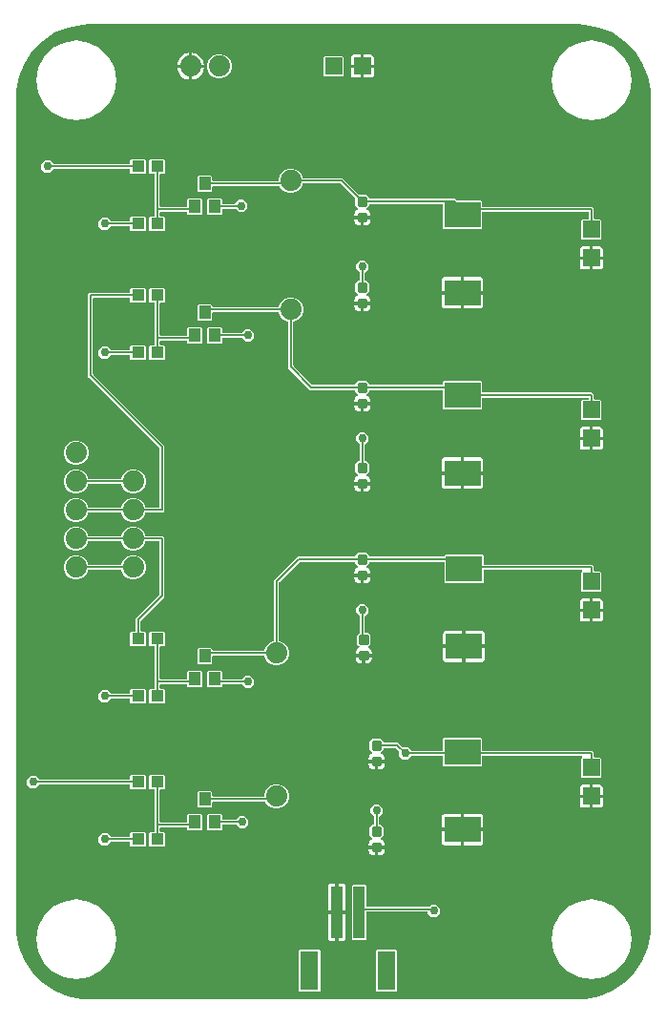
<source format=gbr>
G04 EAGLE Gerber RS-274X export*
G75*
%MOMM*%
%FSLAX34Y34*%
%LPD*%
%INTop Copper*%
%IPPOS*%
%AMOC8*
5,1,8,0,0,1.08239X$1,22.5*%
G01*
%ADD10C,0.460000*%
%ADD11R,3.180000X2.250000*%
%ADD12C,1.879600*%
%ADD13R,1.524000X1.524000*%
%ADD14R,1.000000X4.600000*%
%ADD15R,1.600000X3.400000*%
%ADD16R,1.016000X1.143000*%
%ADD17R,1.100000X1.000000*%
%ADD18C,0.152400*%
%ADD19C,0.756400*%

G36*
X509014Y10163D02*
X509014Y10163D01*
X509037Y10162D01*
X515318Y10470D01*
X515350Y10477D01*
X515429Y10484D01*
X527749Y12935D01*
X527772Y12943D01*
X527892Y12978D01*
X539497Y17785D01*
X539518Y17798D01*
X539629Y17855D01*
X550074Y24834D01*
X550091Y24851D01*
X550189Y24929D01*
X559071Y33811D01*
X559085Y33830D01*
X559166Y33926D01*
X566145Y44371D01*
X566155Y44393D01*
X566215Y44503D01*
X571022Y56108D01*
X571028Y56131D01*
X571065Y56251D01*
X573516Y68571D01*
X573517Y68604D01*
X573530Y68682D01*
X573838Y74963D01*
X573837Y74977D01*
X573839Y75000D01*
X573839Y810700D01*
X573837Y810714D01*
X573838Y810737D01*
X573530Y817018D01*
X573523Y817050D01*
X573516Y817129D01*
X571065Y829449D01*
X571057Y829472D01*
X571022Y829592D01*
X566215Y841197D01*
X566202Y841218D01*
X566145Y841329D01*
X559166Y851774D01*
X559149Y851791D01*
X559134Y851811D01*
X559121Y851833D01*
X559106Y851845D01*
X559071Y851889D01*
X550189Y860771D01*
X550170Y860785D01*
X550074Y860866D01*
X539629Y867845D01*
X539607Y867855D01*
X539497Y867915D01*
X527892Y872722D01*
X527869Y872728D01*
X527749Y872765D01*
X515429Y875216D01*
X515396Y875217D01*
X515318Y875230D01*
X509037Y875538D01*
X509023Y875537D01*
X509000Y875539D01*
X75000Y875539D01*
X74986Y875537D01*
X74962Y875538D01*
X68682Y875230D01*
X68650Y875223D01*
X68571Y875216D01*
X56251Y872765D01*
X56228Y872757D01*
X56108Y872722D01*
X44503Y867915D01*
X44482Y867902D01*
X44371Y867845D01*
X33926Y860866D01*
X33909Y860849D01*
X33811Y860771D01*
X24929Y851889D01*
X24915Y851870D01*
X24834Y851774D01*
X17855Y841329D01*
X17845Y841307D01*
X17785Y841198D01*
X12978Y829592D01*
X12972Y829569D01*
X12942Y829472D01*
X12941Y829471D01*
X12941Y829469D01*
X12935Y829449D01*
X10484Y817129D01*
X10483Y817096D01*
X10470Y817018D01*
X10162Y810737D01*
X10163Y810723D01*
X10161Y810700D01*
X10161Y75000D01*
X10163Y74986D01*
X10162Y74963D01*
X10470Y68682D01*
X10477Y68650D01*
X10484Y68571D01*
X12935Y56251D01*
X12943Y56228D01*
X12978Y56108D01*
X17785Y44503D01*
X17798Y44482D01*
X17855Y44371D01*
X24834Y33926D01*
X24851Y33909D01*
X24929Y33811D01*
X33811Y24929D01*
X33830Y24915D01*
X33926Y24834D01*
X44371Y17855D01*
X44393Y17845D01*
X44502Y17785D01*
X56108Y12978D01*
X56131Y12972D01*
X56251Y12935D01*
X68571Y10484D01*
X68604Y10483D01*
X68682Y10470D01*
X74963Y10162D01*
X74977Y10163D01*
X75000Y10161D01*
X509000Y10161D01*
X509014Y10163D01*
G37*
%LPC*%
G36*
X509714Y29689D02*
X509714Y29689D01*
X499803Y34738D01*
X491938Y42603D01*
X486889Y52514D01*
X485149Y63500D01*
X486889Y74486D01*
X491938Y84397D01*
X499803Y92262D01*
X509714Y97311D01*
X520700Y99051D01*
X531686Y97311D01*
X541597Y92262D01*
X549462Y84397D01*
X554511Y74486D01*
X556251Y63500D01*
X554511Y52514D01*
X549462Y42603D01*
X541597Y34738D01*
X531686Y29689D01*
X520700Y27949D01*
X509714Y29689D01*
G37*
%LPD*%
%LPC*%
G36*
X509714Y791689D02*
X509714Y791689D01*
X499803Y796738D01*
X491938Y804603D01*
X486889Y814514D01*
X485149Y825500D01*
X486889Y836486D01*
X491938Y846397D01*
X499803Y854262D01*
X509714Y859311D01*
X520700Y861051D01*
X531686Y859311D01*
X541597Y854262D01*
X549462Y846397D01*
X554511Y836486D01*
X556251Y825500D01*
X554511Y814514D01*
X549462Y804603D01*
X541597Y796738D01*
X531686Y791689D01*
X520700Y789949D01*
X509714Y791689D01*
G37*
%LPD*%
%LPC*%
G36*
X52514Y29689D02*
X52514Y29689D01*
X42603Y34738D01*
X34738Y42603D01*
X29689Y52514D01*
X27949Y63500D01*
X29689Y74486D01*
X34738Y84397D01*
X42603Y92262D01*
X52514Y97311D01*
X63500Y99051D01*
X74486Y97311D01*
X84397Y92262D01*
X92262Y84397D01*
X97311Y74486D01*
X99051Y63500D01*
X97311Y52514D01*
X92262Y42603D01*
X84397Y34738D01*
X74486Y29689D01*
X63500Y27949D01*
X52514Y29689D01*
G37*
%LPD*%
%LPC*%
G36*
X52514Y791689D02*
X52514Y791689D01*
X42603Y796738D01*
X34738Y804603D01*
X29689Y814514D01*
X27949Y825500D01*
X29689Y836486D01*
X34738Y846397D01*
X42603Y854262D01*
X52514Y859311D01*
X63500Y861051D01*
X74486Y859311D01*
X84397Y854262D01*
X92262Y846397D01*
X97311Y836486D01*
X99051Y825500D01*
X97311Y814514D01*
X92262Y804603D01*
X84397Y796738D01*
X74486Y791689D01*
X63500Y789949D01*
X52514Y791689D01*
G37*
%LPD*%
%LPC*%
G36*
X239127Y306577D02*
X239127Y306577D01*
X235113Y308240D01*
X232040Y311313D01*
X230619Y314743D01*
X230558Y314843D01*
X230498Y314943D01*
X230493Y314947D01*
X230490Y314952D01*
X230400Y315027D01*
X230311Y315103D01*
X230305Y315105D01*
X230300Y315109D01*
X230192Y315151D01*
X230083Y315195D01*
X230075Y315196D01*
X230070Y315197D01*
X230052Y315198D01*
X229916Y315213D01*
X185166Y315213D01*
X185146Y315210D01*
X185127Y315212D01*
X185025Y315190D01*
X184923Y315174D01*
X184906Y315164D01*
X184886Y315160D01*
X184797Y315107D01*
X184706Y315058D01*
X184692Y315044D01*
X184675Y315034D01*
X184608Y314955D01*
X184536Y314880D01*
X184528Y314862D01*
X184515Y314847D01*
X184476Y314751D01*
X184433Y314657D01*
X184431Y314637D01*
X184423Y314619D01*
X184405Y314452D01*
X184405Y308613D01*
X183512Y307720D01*
X172088Y307720D01*
X171195Y308613D01*
X171195Y321307D01*
X172088Y322200D01*
X183512Y322200D01*
X184405Y321307D01*
X184405Y320548D01*
X184408Y320528D01*
X184406Y320509D01*
X184428Y320407D01*
X184444Y320305D01*
X184454Y320288D01*
X184458Y320268D01*
X184511Y320179D01*
X184560Y320088D01*
X184574Y320074D01*
X184584Y320057D01*
X184663Y319990D01*
X184738Y319918D01*
X184756Y319910D01*
X184771Y319897D01*
X184867Y319858D01*
X184961Y319815D01*
X184981Y319813D01*
X184999Y319805D01*
X185166Y319787D01*
X229916Y319787D01*
X230031Y319806D01*
X230147Y319823D01*
X230152Y319825D01*
X230159Y319826D01*
X230261Y319881D01*
X230366Y319934D01*
X230370Y319939D01*
X230376Y319942D01*
X230456Y320026D01*
X230538Y320110D01*
X230542Y320116D01*
X230545Y320120D01*
X230553Y320137D01*
X230619Y320257D01*
X232040Y323687D01*
X235113Y326760D01*
X238543Y328181D01*
X238643Y328242D01*
X238743Y328302D01*
X238747Y328307D01*
X238752Y328310D01*
X238827Y328400D01*
X238903Y328489D01*
X238905Y328495D01*
X238909Y328500D01*
X238951Y328608D01*
X238995Y328717D01*
X238996Y328725D01*
X238997Y328730D01*
X238998Y328748D01*
X239013Y328884D01*
X239013Y381947D01*
X260103Y403037D01*
X310564Y403037D01*
X310584Y403040D01*
X310603Y403038D01*
X310705Y403060D01*
X310807Y403076D01*
X310824Y403086D01*
X310844Y403090D01*
X310933Y403143D01*
X311024Y403192D01*
X311038Y403206D01*
X311055Y403216D01*
X311122Y403295D01*
X311194Y403370D01*
X311202Y403388D01*
X311215Y403403D01*
X311254Y403499D01*
X311297Y403593D01*
X311299Y403613D01*
X311307Y403631D01*
X311325Y403798D01*
X311325Y404634D01*
X313566Y406875D01*
X321434Y406875D01*
X323675Y404634D01*
X323675Y403798D01*
X323678Y403778D01*
X323676Y403759D01*
X323698Y403657D01*
X323714Y403555D01*
X323724Y403538D01*
X323728Y403518D01*
X323781Y403429D01*
X323830Y403338D01*
X323844Y403324D01*
X323854Y403307D01*
X323933Y403240D01*
X324008Y403168D01*
X324026Y403160D01*
X324041Y403147D01*
X324137Y403108D01*
X324231Y403065D01*
X324251Y403063D01*
X324269Y403055D01*
X324436Y403037D01*
X389484Y403037D01*
X389504Y403040D01*
X389523Y403038D01*
X389625Y403060D01*
X389727Y403076D01*
X389744Y403086D01*
X389764Y403090D01*
X389853Y403143D01*
X389944Y403192D01*
X389958Y403206D01*
X389975Y403216D01*
X390042Y403295D01*
X390114Y403370D01*
X390122Y403388D01*
X390135Y403403D01*
X390174Y403499D01*
X390217Y403593D01*
X390219Y403613D01*
X390227Y403631D01*
X390245Y403798D01*
X390245Y404572D01*
X391138Y405465D01*
X424202Y405465D01*
X425095Y404572D01*
X425095Y396748D01*
X425098Y396728D01*
X425096Y396709D01*
X425118Y396607D01*
X425134Y396505D01*
X425144Y396488D01*
X425148Y396468D01*
X425201Y396379D01*
X425250Y396288D01*
X425264Y396274D01*
X425274Y396257D01*
X425353Y396190D01*
X425428Y396118D01*
X425446Y396110D01*
X425461Y396097D01*
X425557Y396058D01*
X425651Y396015D01*
X425671Y396013D01*
X425689Y396005D01*
X425856Y395987D01*
X521647Y395987D01*
X522987Y394647D01*
X522987Y390906D01*
X522990Y390886D01*
X522988Y390867D01*
X523010Y390765D01*
X523026Y390663D01*
X523036Y390646D01*
X523040Y390626D01*
X523093Y390537D01*
X523142Y390446D01*
X523156Y390432D01*
X523166Y390415D01*
X523245Y390348D01*
X523320Y390276D01*
X523338Y390268D01*
X523353Y390255D01*
X523449Y390216D01*
X523543Y390173D01*
X523563Y390171D01*
X523581Y390163D01*
X523748Y390145D01*
X528952Y390145D01*
X529845Y389252D01*
X529845Y372748D01*
X528952Y371855D01*
X512448Y371855D01*
X511555Y372748D01*
X511555Y389252D01*
X512417Y390114D01*
X512459Y390172D01*
X512509Y390224D01*
X512531Y390271D01*
X512561Y390313D01*
X512582Y390382D01*
X512612Y390447D01*
X512618Y390499D01*
X512633Y390549D01*
X512631Y390620D01*
X512639Y390691D01*
X512628Y390742D01*
X512627Y390794D01*
X512602Y390862D01*
X512587Y390932D01*
X512560Y390977D01*
X512543Y391025D01*
X512498Y391081D01*
X512461Y391143D01*
X512421Y391177D01*
X512389Y391217D01*
X512329Y391256D01*
X512274Y391303D01*
X512226Y391322D01*
X512182Y391350D01*
X512112Y391368D01*
X512046Y391395D01*
X511975Y391403D01*
X511943Y391411D01*
X511920Y391409D01*
X511879Y391413D01*
X425856Y391413D01*
X425836Y391410D01*
X425817Y391412D01*
X425715Y391390D01*
X425613Y391374D01*
X425596Y391364D01*
X425576Y391360D01*
X425487Y391307D01*
X425396Y391258D01*
X425382Y391244D01*
X425365Y391234D01*
X425298Y391155D01*
X425226Y391080D01*
X425218Y391062D01*
X425205Y391047D01*
X425166Y390951D01*
X425123Y390857D01*
X425121Y390837D01*
X425113Y390819D01*
X425095Y390652D01*
X425095Y380808D01*
X424202Y379915D01*
X391138Y379915D01*
X390245Y380808D01*
X390245Y397702D01*
X390242Y397722D01*
X390244Y397741D01*
X390222Y397843D01*
X390206Y397945D01*
X390196Y397962D01*
X390192Y397982D01*
X390139Y398071D01*
X390090Y398162D01*
X390076Y398176D01*
X390066Y398193D01*
X389987Y398260D01*
X389912Y398332D01*
X389894Y398340D01*
X389879Y398353D01*
X389783Y398392D01*
X389689Y398435D01*
X389669Y398437D01*
X389651Y398445D01*
X389484Y398463D01*
X324436Y398463D01*
X324416Y398460D01*
X324397Y398462D01*
X324295Y398440D01*
X324193Y398424D01*
X324176Y398414D01*
X324156Y398410D01*
X324067Y398357D01*
X323976Y398308D01*
X323962Y398294D01*
X323945Y398284D01*
X323878Y398205D01*
X323806Y398130D01*
X323798Y398112D01*
X323785Y398097D01*
X323746Y398001D01*
X323703Y397907D01*
X323701Y397887D01*
X323693Y397869D01*
X323675Y397702D01*
X323675Y396866D01*
X321502Y394693D01*
X321433Y394597D01*
X321362Y394500D01*
X321360Y394496D01*
X321358Y394493D01*
X321324Y394381D01*
X321287Y394266D01*
X321287Y394262D01*
X321286Y394258D01*
X321289Y394139D01*
X321291Y394020D01*
X321292Y394016D01*
X321292Y394012D01*
X321333Y393900D01*
X321372Y393788D01*
X321375Y393785D01*
X321376Y393781D01*
X321451Y393687D01*
X321524Y393594D01*
X321528Y393591D01*
X321530Y393589D01*
X321542Y393581D01*
X321659Y393495D01*
X322822Y392823D01*
X323724Y391922D01*
X324361Y390819D01*
X324691Y389587D01*
X324691Y388173D01*
X318262Y388173D01*
X318242Y388170D01*
X318223Y388172D01*
X318121Y388150D01*
X318019Y388133D01*
X318002Y388124D01*
X317982Y388120D01*
X317893Y388067D01*
X317802Y388018D01*
X317788Y388004D01*
X317771Y387994D01*
X317704Y387915D01*
X317633Y387840D01*
X317624Y387822D01*
X317611Y387807D01*
X317572Y387711D01*
X317529Y387617D01*
X317527Y387597D01*
X317519Y387579D01*
X317501Y387412D01*
X317501Y386649D01*
X317499Y386649D01*
X317499Y387412D01*
X317496Y387432D01*
X317498Y387451D01*
X317476Y387553D01*
X317459Y387655D01*
X317450Y387672D01*
X317446Y387692D01*
X317393Y387781D01*
X317344Y387872D01*
X317330Y387886D01*
X317320Y387903D01*
X317241Y387970D01*
X317166Y388041D01*
X317148Y388050D01*
X317133Y388063D01*
X317037Y388102D01*
X316943Y388145D01*
X316923Y388147D01*
X316905Y388155D01*
X316738Y388173D01*
X310309Y388173D01*
X310309Y389587D01*
X310639Y390819D01*
X311276Y391922D01*
X312178Y392824D01*
X313341Y393495D01*
X313432Y393570D01*
X313526Y393645D01*
X313528Y393648D01*
X313531Y393651D01*
X313594Y393751D01*
X313659Y393852D01*
X313660Y393856D01*
X313662Y393859D01*
X313690Y393975D01*
X313719Y394090D01*
X313718Y394094D01*
X313719Y394098D01*
X313709Y394217D01*
X313700Y394335D01*
X313698Y394339D01*
X313698Y394343D01*
X313650Y394453D01*
X313603Y394562D01*
X313600Y394566D01*
X313599Y394569D01*
X313589Y394579D01*
X313498Y394693D01*
X311325Y396866D01*
X311325Y397702D01*
X311322Y397722D01*
X311324Y397741D01*
X311302Y397843D01*
X311286Y397945D01*
X311276Y397962D01*
X311272Y397982D01*
X311219Y398071D01*
X311170Y398162D01*
X311156Y398176D01*
X311146Y398193D01*
X311067Y398260D01*
X310992Y398332D01*
X310974Y398340D01*
X310959Y398353D01*
X310863Y398392D01*
X310769Y398435D01*
X310749Y398437D01*
X310731Y398445D01*
X310564Y398463D01*
X262313Y398463D01*
X262222Y398449D01*
X262132Y398441D01*
X262102Y398429D01*
X262070Y398424D01*
X261989Y398381D01*
X261905Y398345D01*
X261873Y398319D01*
X261852Y398308D01*
X261830Y398285D01*
X261774Y398240D01*
X243810Y380276D01*
X243757Y380202D01*
X243697Y380132D01*
X243685Y380102D01*
X243666Y380076D01*
X243639Y379989D01*
X243605Y379904D01*
X243601Y379863D01*
X243594Y379841D01*
X243595Y379809D01*
X243587Y379737D01*
X243587Y328884D01*
X243606Y328769D01*
X243623Y328653D01*
X243625Y328648D01*
X243626Y328641D01*
X243681Y328539D01*
X243734Y328434D01*
X243739Y328430D01*
X243742Y328424D01*
X243826Y328344D01*
X243910Y328262D01*
X243916Y328258D01*
X243920Y328255D01*
X243937Y328247D01*
X244057Y328181D01*
X247487Y326760D01*
X250560Y323687D01*
X252223Y319673D01*
X252223Y315327D01*
X250560Y311313D01*
X247487Y308240D01*
X243473Y306577D01*
X239127Y306577D01*
G37*
%LPD*%
%LPC*%
G36*
X512448Y524255D02*
X512448Y524255D01*
X511555Y525148D01*
X511555Y541652D01*
X512448Y542545D01*
X517652Y542545D01*
X517672Y542548D01*
X517691Y542546D01*
X517793Y542568D01*
X517895Y542584D01*
X517912Y542594D01*
X517932Y542598D01*
X518021Y542651D01*
X518112Y542700D01*
X518126Y542714D01*
X518143Y542724D01*
X518210Y542803D01*
X518282Y542878D01*
X518290Y542896D01*
X518303Y542911D01*
X518342Y543007D01*
X518385Y543101D01*
X518387Y543121D01*
X518395Y543139D01*
X518413Y543306D01*
X518413Y543312D01*
X518410Y543329D01*
X518412Y543345D01*
X518412Y543347D01*
X518412Y543351D01*
X518390Y543453D01*
X518374Y543555D01*
X518364Y543572D01*
X518360Y543592D01*
X518307Y543681D01*
X518258Y543772D01*
X518244Y543786D01*
X518234Y543803D01*
X518155Y543870D01*
X518080Y543942D01*
X518062Y543950D01*
X518047Y543963D01*
X517951Y544002D01*
X517857Y544045D01*
X517837Y544047D01*
X517819Y544055D01*
X517652Y544073D01*
X424586Y544073D01*
X424566Y544070D01*
X424547Y544072D01*
X424445Y544050D01*
X424343Y544034D01*
X424326Y544024D01*
X424306Y544020D01*
X424217Y543967D01*
X424126Y543918D01*
X424112Y543904D01*
X424095Y543894D01*
X424028Y543815D01*
X423956Y543740D01*
X423948Y543722D01*
X423935Y543707D01*
X423896Y543611D01*
X423853Y543517D01*
X423851Y543497D01*
X423843Y543479D01*
X423825Y543312D01*
X423825Y534478D01*
X422932Y533585D01*
X389868Y533585D01*
X388975Y534478D01*
X388975Y550102D01*
X388972Y550122D01*
X388974Y550141D01*
X388952Y550243D01*
X388936Y550345D01*
X388926Y550362D01*
X388922Y550382D01*
X388869Y550471D01*
X388820Y550562D01*
X388806Y550576D01*
X388796Y550593D01*
X388717Y550660D01*
X388642Y550732D01*
X388624Y550740D01*
X388609Y550753D01*
X388513Y550792D01*
X388419Y550835D01*
X388399Y550837D01*
X388381Y550845D01*
X388214Y550863D01*
X324436Y550863D01*
X324416Y550860D01*
X324397Y550862D01*
X324295Y550840D01*
X324193Y550824D01*
X324176Y550814D01*
X324156Y550810D01*
X324067Y550757D01*
X323976Y550708D01*
X323962Y550694D01*
X323945Y550684D01*
X323878Y550605D01*
X323806Y550530D01*
X323798Y550512D01*
X323785Y550497D01*
X323746Y550401D01*
X323703Y550307D01*
X323701Y550287D01*
X323693Y550269D01*
X323675Y550102D01*
X323675Y549266D01*
X321502Y547093D01*
X321433Y546996D01*
X321362Y546900D01*
X321360Y546896D01*
X321358Y546893D01*
X321323Y546780D01*
X321287Y546666D01*
X321287Y546662D01*
X321286Y546658D01*
X321289Y546539D01*
X321291Y546420D01*
X321292Y546416D01*
X321292Y546412D01*
X321333Y546299D01*
X321372Y546188D01*
X321375Y546185D01*
X321376Y546181D01*
X321451Y546088D01*
X321524Y545994D01*
X321528Y545991D01*
X321530Y545989D01*
X321542Y545981D01*
X321659Y545895D01*
X322822Y545224D01*
X323724Y544322D01*
X324361Y543219D01*
X324691Y541987D01*
X324691Y540573D01*
X318262Y540573D01*
X318242Y540570D01*
X318223Y540572D01*
X318121Y540550D01*
X318019Y540533D01*
X318002Y540524D01*
X317982Y540520D01*
X317893Y540467D01*
X317802Y540418D01*
X317788Y540404D01*
X317771Y540394D01*
X317704Y540315D01*
X317633Y540240D01*
X317624Y540222D01*
X317611Y540207D01*
X317572Y540111D01*
X317529Y540017D01*
X317527Y539997D01*
X317519Y539979D01*
X317501Y539812D01*
X317501Y539049D01*
X317499Y539049D01*
X317499Y539812D01*
X317496Y539832D01*
X317498Y539851D01*
X317476Y539953D01*
X317459Y540055D01*
X317450Y540072D01*
X317446Y540092D01*
X317393Y540181D01*
X317344Y540272D01*
X317330Y540286D01*
X317320Y540303D01*
X317241Y540370D01*
X317166Y540441D01*
X317148Y540450D01*
X317133Y540463D01*
X317037Y540502D01*
X316943Y540545D01*
X316923Y540547D01*
X316905Y540555D01*
X316738Y540573D01*
X310309Y540573D01*
X310309Y541987D01*
X310639Y543219D01*
X311276Y544322D01*
X312178Y545224D01*
X313341Y545895D01*
X313432Y545969D01*
X313526Y546045D01*
X313528Y546048D01*
X313531Y546051D01*
X313594Y546151D01*
X313659Y546252D01*
X313660Y546256D01*
X313662Y546259D01*
X313690Y546375D01*
X313719Y546490D01*
X313718Y546494D01*
X313719Y546498D01*
X313709Y546617D01*
X313700Y546735D01*
X313698Y546739D01*
X313698Y546743D01*
X313650Y546853D01*
X313603Y546962D01*
X313600Y546965D01*
X313599Y546969D01*
X313589Y546979D01*
X313498Y547093D01*
X311325Y549266D01*
X311325Y550102D01*
X311322Y550122D01*
X311324Y550141D01*
X311302Y550243D01*
X311286Y550345D01*
X311276Y550362D01*
X311272Y550382D01*
X311219Y550471D01*
X311170Y550562D01*
X311156Y550576D01*
X311146Y550593D01*
X311067Y550660D01*
X310992Y550732D01*
X310974Y550740D01*
X310959Y550753D01*
X310863Y550792D01*
X310769Y550835D01*
X310749Y550837D01*
X310731Y550845D01*
X310564Y550863D01*
X271403Y550863D01*
X251713Y570553D01*
X251713Y610916D01*
X251694Y611031D01*
X251677Y611147D01*
X251675Y611152D01*
X251674Y611159D01*
X251619Y611261D01*
X251566Y611366D01*
X251561Y611370D01*
X251558Y611376D01*
X251474Y611456D01*
X251390Y611538D01*
X251384Y611542D01*
X251380Y611545D01*
X251363Y611553D01*
X251243Y611619D01*
X247813Y613040D01*
X244740Y616113D01*
X243319Y619543D01*
X243258Y619642D01*
X243198Y619743D01*
X243193Y619747D01*
X243190Y619752D01*
X243100Y619827D01*
X243011Y619903D01*
X243005Y619905D01*
X243000Y619909D01*
X242892Y619951D01*
X242783Y619995D01*
X242775Y619996D01*
X242770Y619997D01*
X242752Y619998D01*
X242616Y620013D01*
X185166Y620013D01*
X185146Y620010D01*
X185127Y620012D01*
X185025Y619990D01*
X184923Y619974D01*
X184906Y619964D01*
X184886Y619960D01*
X184797Y619907D01*
X184706Y619858D01*
X184692Y619844D01*
X184675Y619834D01*
X184608Y619755D01*
X184536Y619680D01*
X184528Y619662D01*
X184515Y619647D01*
X184476Y619551D01*
X184433Y619457D01*
X184431Y619437D01*
X184423Y619419D01*
X184405Y619252D01*
X184405Y613413D01*
X183512Y612520D01*
X172088Y612520D01*
X171195Y613413D01*
X171195Y626107D01*
X172088Y627000D01*
X183512Y627000D01*
X184405Y626107D01*
X184405Y625348D01*
X184408Y625328D01*
X184406Y625309D01*
X184428Y625207D01*
X184444Y625105D01*
X184454Y625088D01*
X184458Y625068D01*
X184511Y624979D01*
X184560Y624888D01*
X184574Y624874D01*
X184584Y624857D01*
X184663Y624790D01*
X184738Y624718D01*
X184756Y624710D01*
X184771Y624697D01*
X184867Y624658D01*
X184961Y624615D01*
X184981Y624613D01*
X184999Y624605D01*
X185166Y624587D01*
X242616Y624587D01*
X242731Y624606D01*
X242847Y624623D01*
X242852Y624625D01*
X242859Y624626D01*
X242961Y624681D01*
X243066Y624734D01*
X243070Y624739D01*
X243076Y624742D01*
X243156Y624826D01*
X243238Y624910D01*
X243242Y624916D01*
X243245Y624920D01*
X243253Y624937D01*
X243319Y625057D01*
X244740Y628487D01*
X247813Y631560D01*
X251827Y633223D01*
X256173Y633223D01*
X260187Y631560D01*
X263260Y628487D01*
X264923Y624473D01*
X264923Y620127D01*
X263260Y616113D01*
X260187Y613040D01*
X256757Y611619D01*
X256657Y611558D01*
X256557Y611498D01*
X256553Y611493D01*
X256548Y611490D01*
X256473Y611400D01*
X256397Y611311D01*
X256395Y611305D01*
X256391Y611300D01*
X256349Y611192D01*
X256305Y611083D01*
X256304Y611075D01*
X256303Y611070D01*
X256302Y611052D01*
X256287Y610916D01*
X256287Y572763D01*
X256301Y572672D01*
X256309Y572582D01*
X256321Y572552D01*
X256326Y572520D01*
X256369Y572439D01*
X256405Y572355D01*
X256431Y572323D01*
X256442Y572302D01*
X256465Y572280D01*
X256510Y572224D01*
X273074Y555660D01*
X273148Y555607D01*
X273218Y555547D01*
X273248Y555535D01*
X273274Y555516D01*
X273361Y555489D01*
X273446Y555455D01*
X273487Y555451D01*
X273509Y555444D01*
X273541Y555445D01*
X273613Y555437D01*
X310564Y555437D01*
X310584Y555440D01*
X310603Y555438D01*
X310705Y555460D01*
X310807Y555476D01*
X310824Y555486D01*
X310844Y555490D01*
X310933Y555543D01*
X311024Y555592D01*
X311038Y555606D01*
X311055Y555616D01*
X311122Y555695D01*
X311194Y555770D01*
X311202Y555788D01*
X311215Y555803D01*
X311254Y555899D01*
X311297Y555993D01*
X311299Y556013D01*
X311307Y556031D01*
X311325Y556198D01*
X311325Y557034D01*
X313566Y559275D01*
X321434Y559275D01*
X323675Y557034D01*
X323675Y556198D01*
X323678Y556178D01*
X323676Y556159D01*
X323698Y556057D01*
X323714Y555955D01*
X323724Y555938D01*
X323728Y555918D01*
X323781Y555829D01*
X323830Y555738D01*
X323844Y555724D01*
X323854Y555707D01*
X323933Y555640D01*
X324008Y555568D01*
X324026Y555560D01*
X324041Y555547D01*
X324137Y555508D01*
X324231Y555465D01*
X324251Y555463D01*
X324269Y555455D01*
X324436Y555437D01*
X388214Y555437D01*
X388234Y555440D01*
X388253Y555438D01*
X388355Y555460D01*
X388457Y555476D01*
X388474Y555486D01*
X388494Y555490D01*
X388583Y555543D01*
X388674Y555592D01*
X388688Y555606D01*
X388705Y555616D01*
X388772Y555695D01*
X388844Y555770D01*
X388852Y555788D01*
X388865Y555803D01*
X388904Y555899D01*
X388947Y555993D01*
X388949Y556013D01*
X388957Y556031D01*
X388975Y556198D01*
X388975Y558242D01*
X389868Y559135D01*
X422932Y559135D01*
X423825Y558242D01*
X423825Y549408D01*
X423828Y549388D01*
X423826Y549369D01*
X423848Y549267D01*
X423864Y549165D01*
X423874Y549148D01*
X423878Y549128D01*
X423931Y549039D01*
X423980Y548948D01*
X423994Y548934D01*
X424004Y548917D01*
X424083Y548850D01*
X424158Y548778D01*
X424176Y548770D01*
X424191Y548757D01*
X424287Y548718D01*
X424381Y548675D01*
X424401Y548673D01*
X424419Y548665D01*
X424586Y548647D01*
X521387Y548647D01*
X522987Y547047D01*
X522987Y543306D01*
X522990Y543286D01*
X522988Y543267D01*
X523010Y543165D01*
X523026Y543063D01*
X523036Y543046D01*
X523040Y543026D01*
X523093Y542937D01*
X523142Y542846D01*
X523156Y542832D01*
X523166Y542815D01*
X523245Y542748D01*
X523320Y542676D01*
X523338Y542668D01*
X523353Y542655D01*
X523449Y542616D01*
X523543Y542573D01*
X523563Y542571D01*
X523581Y542563D01*
X523748Y542545D01*
X528952Y542545D01*
X529845Y541652D01*
X529845Y525148D01*
X528952Y524255D01*
X512448Y524255D01*
G37*
%LPD*%
%LPC*%
G36*
X512448Y684275D02*
X512448Y684275D01*
X511555Y685168D01*
X511555Y701672D01*
X512448Y702565D01*
X517652Y702565D01*
X517672Y702568D01*
X517691Y702566D01*
X517793Y702588D01*
X517895Y702604D01*
X517912Y702614D01*
X517932Y702618D01*
X518021Y702671D01*
X518112Y702720D01*
X518126Y702734D01*
X518143Y702744D01*
X518210Y702823D01*
X518282Y702898D01*
X518290Y702916D01*
X518303Y702931D01*
X518342Y703027D01*
X518385Y703121D01*
X518387Y703141D01*
X518395Y703159D01*
X518413Y703326D01*
X518413Y708152D01*
X518410Y708172D01*
X518412Y708191D01*
X518390Y708293D01*
X518374Y708395D01*
X518364Y708412D01*
X518360Y708432D01*
X518307Y708521D01*
X518258Y708612D01*
X518244Y708626D01*
X518234Y708643D01*
X518155Y708710D01*
X518080Y708782D01*
X518062Y708790D01*
X518047Y708803D01*
X517951Y708842D01*
X517857Y708885D01*
X517837Y708887D01*
X517819Y708895D01*
X517652Y708913D01*
X424586Y708913D01*
X424566Y708910D01*
X424547Y708912D01*
X424445Y708890D01*
X424343Y708874D01*
X424326Y708864D01*
X424306Y708860D01*
X424217Y708807D01*
X424126Y708758D01*
X424112Y708744D01*
X424095Y708734D01*
X424028Y708655D01*
X423956Y708580D01*
X423948Y708562D01*
X423935Y708547D01*
X423896Y708451D01*
X423853Y708357D01*
X423851Y708337D01*
X423843Y708319D01*
X423825Y708152D01*
X423825Y694498D01*
X422932Y693605D01*
X389868Y693605D01*
X388975Y694498D01*
X388975Y715202D01*
X388972Y715222D01*
X388974Y715241D01*
X388952Y715343D01*
X388936Y715445D01*
X388926Y715462D01*
X388922Y715482D01*
X388869Y715571D01*
X388820Y715662D01*
X388806Y715676D01*
X388796Y715693D01*
X388717Y715760D01*
X388642Y715832D01*
X388624Y715840D01*
X388609Y715853D01*
X388513Y715892D01*
X388419Y715935D01*
X388399Y715937D01*
X388381Y715945D01*
X388214Y715963D01*
X324436Y715963D01*
X324416Y715960D01*
X324397Y715962D01*
X324295Y715940D01*
X324193Y715924D01*
X324176Y715914D01*
X324156Y715910D01*
X324067Y715857D01*
X323976Y715808D01*
X323962Y715794D01*
X323945Y715784D01*
X323878Y715705D01*
X323806Y715630D01*
X323798Y715612D01*
X323785Y715597D01*
X323746Y715501D01*
X323703Y715407D01*
X323701Y715387D01*
X323693Y715369D01*
X323675Y715202D01*
X323675Y714366D01*
X321502Y712193D01*
X321433Y712096D01*
X321362Y712000D01*
X321360Y711996D01*
X321358Y711993D01*
X321323Y711880D01*
X321287Y711766D01*
X321287Y711762D01*
X321286Y711758D01*
X321289Y711639D01*
X321291Y711520D01*
X321292Y711516D01*
X321292Y711512D01*
X321333Y711399D01*
X321372Y711288D01*
X321375Y711285D01*
X321376Y711281D01*
X321451Y711188D01*
X321524Y711094D01*
X321528Y711091D01*
X321530Y711089D01*
X321542Y711081D01*
X321659Y710995D01*
X322822Y710324D01*
X323724Y709422D01*
X324361Y708319D01*
X324691Y707087D01*
X324691Y705673D01*
X318262Y705673D01*
X318242Y705670D01*
X318223Y705672D01*
X318121Y705650D01*
X318019Y705633D01*
X318002Y705624D01*
X317982Y705620D01*
X317893Y705567D01*
X317802Y705518D01*
X317788Y705504D01*
X317771Y705494D01*
X317704Y705415D01*
X317633Y705340D01*
X317624Y705322D01*
X317611Y705307D01*
X317572Y705211D01*
X317529Y705117D01*
X317527Y705097D01*
X317519Y705079D01*
X317501Y704912D01*
X317501Y704149D01*
X317499Y704149D01*
X317499Y704912D01*
X317496Y704932D01*
X317498Y704951D01*
X317476Y705053D01*
X317459Y705155D01*
X317450Y705172D01*
X317446Y705192D01*
X317393Y705281D01*
X317344Y705372D01*
X317330Y705386D01*
X317320Y705403D01*
X317241Y705470D01*
X317166Y705541D01*
X317148Y705550D01*
X317133Y705563D01*
X317037Y705602D01*
X316943Y705645D01*
X316923Y705647D01*
X316905Y705655D01*
X316738Y705673D01*
X310309Y705673D01*
X310309Y707087D01*
X310639Y708319D01*
X311276Y709422D01*
X312178Y710324D01*
X313341Y710995D01*
X313432Y711069D01*
X313526Y711145D01*
X313528Y711148D01*
X313531Y711151D01*
X313594Y711251D01*
X313659Y711352D01*
X313660Y711356D01*
X313662Y711359D01*
X313690Y711475D01*
X313719Y711590D01*
X313718Y711594D01*
X313719Y711598D01*
X313709Y711717D01*
X313700Y711835D01*
X313698Y711839D01*
X313698Y711843D01*
X313650Y711953D01*
X313603Y712062D01*
X313600Y712065D01*
X313599Y712069D01*
X313589Y712079D01*
X313498Y712193D01*
X311325Y714366D01*
X311325Y720875D01*
X311311Y720966D01*
X311303Y721056D01*
X311291Y721086D01*
X311286Y721118D01*
X311243Y721199D01*
X311207Y721283D01*
X311181Y721315D01*
X311170Y721336D01*
X311147Y721358D01*
X311102Y721414D01*
X298426Y734090D01*
X298352Y734143D01*
X298282Y734203D01*
X298252Y734215D01*
X298226Y734234D01*
X298139Y734261D01*
X298054Y734295D01*
X298013Y734299D01*
X297991Y734306D01*
X297959Y734305D01*
X297887Y734313D01*
X265384Y734313D01*
X265269Y734294D01*
X265153Y734277D01*
X265148Y734275D01*
X265141Y734274D01*
X265039Y734219D01*
X264934Y734166D01*
X264930Y734161D01*
X264924Y734158D01*
X264844Y734074D01*
X264762Y733990D01*
X264758Y733984D01*
X264755Y733980D01*
X264747Y733963D01*
X264681Y733843D01*
X263260Y730413D01*
X260187Y727340D01*
X256173Y725677D01*
X251827Y725677D01*
X247813Y727340D01*
X244740Y730413D01*
X244371Y731303D01*
X244309Y731403D01*
X244250Y731503D01*
X244245Y731507D01*
X244242Y731512D01*
X244151Y731587D01*
X244063Y731663D01*
X244057Y731665D01*
X244052Y731669D01*
X243944Y731711D01*
X243835Y731755D01*
X243827Y731756D01*
X243823Y731757D01*
X243804Y731758D01*
X243668Y731773D01*
X185166Y731773D01*
X185146Y731770D01*
X185127Y731772D01*
X185025Y731750D01*
X184923Y731734D01*
X184906Y731724D01*
X184886Y731720D01*
X184797Y731667D01*
X184706Y731618D01*
X184692Y731604D01*
X184675Y731594D01*
X184608Y731515D01*
X184536Y731440D01*
X184528Y731422D01*
X184515Y731407D01*
X184476Y731311D01*
X184433Y731217D01*
X184431Y731197D01*
X184423Y731179D01*
X184405Y731012D01*
X184405Y727713D01*
X183512Y726820D01*
X172088Y726820D01*
X171195Y727713D01*
X171195Y740407D01*
X172088Y741300D01*
X183512Y741300D01*
X184405Y740407D01*
X184405Y737108D01*
X184408Y737088D01*
X184406Y737069D01*
X184428Y736967D01*
X184444Y736865D01*
X184454Y736848D01*
X184458Y736828D01*
X184511Y736739D01*
X184560Y736648D01*
X184574Y736634D01*
X184584Y736617D01*
X184663Y736550D01*
X184738Y736478D01*
X184756Y736470D01*
X184771Y736457D01*
X184867Y736418D01*
X184961Y736375D01*
X184981Y736373D01*
X184999Y736365D01*
X185166Y736347D01*
X242316Y736347D01*
X242336Y736350D01*
X242355Y736348D01*
X242457Y736370D01*
X242559Y736386D01*
X242576Y736396D01*
X242596Y736400D01*
X242685Y736453D01*
X242776Y736502D01*
X242790Y736516D01*
X242807Y736526D01*
X242874Y736605D01*
X242946Y736680D01*
X242954Y736698D01*
X242967Y736713D01*
X243006Y736809D01*
X243049Y736903D01*
X243051Y736923D01*
X243059Y736941D01*
X243077Y737108D01*
X243077Y738773D01*
X244740Y742787D01*
X247813Y745860D01*
X251827Y747523D01*
X256173Y747523D01*
X260187Y745860D01*
X263260Y742787D01*
X264681Y739357D01*
X264742Y739257D01*
X264802Y739157D01*
X264807Y739153D01*
X264810Y739148D01*
X264900Y739073D01*
X264989Y738997D01*
X264995Y738995D01*
X265000Y738991D01*
X265108Y738949D01*
X265217Y738905D01*
X265225Y738904D01*
X265230Y738903D01*
X265248Y738902D01*
X265384Y738887D01*
X300097Y738887D01*
X314386Y724598D01*
X314460Y724545D01*
X314530Y724485D01*
X314560Y724473D01*
X314586Y724454D01*
X314673Y724427D01*
X314758Y724393D01*
X314799Y724389D01*
X314821Y724382D01*
X314853Y724383D01*
X314925Y724375D01*
X321434Y724375D01*
X323675Y722134D01*
X323675Y721298D01*
X323678Y721278D01*
X323676Y721259D01*
X323698Y721157D01*
X323714Y721055D01*
X323724Y721038D01*
X323728Y721018D01*
X323781Y720929D01*
X323830Y720838D01*
X323844Y720824D01*
X323854Y720807D01*
X323933Y720740D01*
X324008Y720668D01*
X324026Y720660D01*
X324041Y720647D01*
X324137Y720608D01*
X324231Y720565D01*
X324251Y720563D01*
X324269Y720555D01*
X324436Y720537D01*
X400297Y720537D01*
X401456Y719378D01*
X401530Y719325D01*
X401600Y719265D01*
X401630Y719253D01*
X401656Y719234D01*
X401743Y719207D01*
X401828Y719173D01*
X401869Y719169D01*
X401891Y719162D01*
X401923Y719163D01*
X401994Y719155D01*
X422932Y719155D01*
X423825Y718262D01*
X423825Y714248D01*
X423828Y714228D01*
X423826Y714209D01*
X423848Y714107D01*
X423864Y714005D01*
X423874Y713988D01*
X423878Y713968D01*
X423931Y713879D01*
X423980Y713788D01*
X423994Y713774D01*
X424004Y713757D01*
X424083Y713690D01*
X424158Y713618D01*
X424176Y713610D01*
X424191Y713597D01*
X424287Y713558D01*
X424381Y713515D01*
X424401Y713513D01*
X424419Y713505D01*
X424586Y713487D01*
X521647Y713487D01*
X522987Y712147D01*
X522987Y703326D01*
X522990Y703306D01*
X522988Y703287D01*
X523010Y703185D01*
X523026Y703083D01*
X523036Y703066D01*
X523040Y703046D01*
X523093Y702957D01*
X523142Y702866D01*
X523156Y702852D01*
X523166Y702835D01*
X523245Y702768D01*
X523320Y702696D01*
X523338Y702688D01*
X523353Y702675D01*
X523449Y702636D01*
X523543Y702593D01*
X523563Y702591D01*
X523581Y702583D01*
X523748Y702565D01*
X528952Y702565D01*
X529845Y701672D01*
X529845Y685168D01*
X528952Y684275D01*
X512448Y684275D01*
G37*
%LPD*%
%LPC*%
G36*
X61327Y433577D02*
X61327Y433577D01*
X57313Y435240D01*
X54240Y438313D01*
X52577Y442327D01*
X52577Y446673D01*
X54240Y450687D01*
X57313Y453760D01*
X61327Y455423D01*
X65673Y455423D01*
X69687Y453760D01*
X72760Y450687D01*
X74181Y447257D01*
X74242Y447157D01*
X74302Y447057D01*
X74307Y447053D01*
X74310Y447048D01*
X74400Y446973D01*
X74489Y446897D01*
X74495Y446895D01*
X74500Y446891D01*
X74608Y446849D01*
X74717Y446805D01*
X74725Y446804D01*
X74730Y446803D01*
X74748Y446802D01*
X74884Y446787D01*
X102916Y446787D01*
X103031Y446806D01*
X103147Y446823D01*
X103152Y446825D01*
X103159Y446826D01*
X103261Y446881D01*
X103366Y446934D01*
X103370Y446939D01*
X103376Y446942D01*
X103456Y447026D01*
X103538Y447110D01*
X103542Y447116D01*
X103545Y447120D01*
X103553Y447137D01*
X103619Y447257D01*
X105040Y450687D01*
X108113Y453760D01*
X112127Y455423D01*
X116473Y455423D01*
X120487Y453760D01*
X123560Y450687D01*
X124981Y447257D01*
X125042Y447157D01*
X125102Y447057D01*
X125107Y447053D01*
X125110Y447048D01*
X125200Y446973D01*
X125289Y446897D01*
X125295Y446895D01*
X125300Y446891D01*
X125408Y446849D01*
X125517Y446805D01*
X125525Y446804D01*
X125530Y446803D01*
X125548Y446802D01*
X125684Y446787D01*
X136652Y446787D01*
X136672Y446790D01*
X136691Y446788D01*
X136793Y446810D01*
X136895Y446826D01*
X136912Y446836D01*
X136932Y446840D01*
X137021Y446893D01*
X137112Y446942D01*
X137126Y446956D01*
X137143Y446966D01*
X137210Y447045D01*
X137282Y447120D01*
X137290Y447138D01*
X137303Y447153D01*
X137342Y447249D01*
X137385Y447343D01*
X137387Y447363D01*
X137395Y447381D01*
X137413Y447548D01*
X137413Y499117D01*
X137399Y499208D01*
X137391Y499298D01*
X137379Y499328D01*
X137374Y499360D01*
X137331Y499441D01*
X137295Y499525D01*
X137269Y499557D01*
X137258Y499578D01*
X137235Y499600D01*
X137190Y499656D01*
X73913Y562933D01*
X73913Y635947D01*
X75253Y637287D01*
X110714Y637287D01*
X110734Y637290D01*
X110753Y637288D01*
X110855Y637310D01*
X110957Y637326D01*
X110974Y637336D01*
X110994Y637340D01*
X111083Y637393D01*
X111174Y637442D01*
X111188Y637456D01*
X111205Y637466D01*
X111272Y637545D01*
X111344Y637620D01*
X111352Y637638D01*
X111365Y637653D01*
X111404Y637749D01*
X111447Y637843D01*
X111449Y637863D01*
X111457Y637881D01*
X111475Y638048D01*
X111475Y640632D01*
X112368Y641525D01*
X124632Y641525D01*
X125525Y640632D01*
X125525Y629368D01*
X124632Y628475D01*
X112368Y628475D01*
X111475Y629368D01*
X111475Y631952D01*
X111472Y631972D01*
X111474Y631991D01*
X111452Y632093D01*
X111436Y632195D01*
X111426Y632212D01*
X111422Y632232D01*
X111369Y632321D01*
X111320Y632412D01*
X111306Y632426D01*
X111296Y632443D01*
X111217Y632510D01*
X111142Y632582D01*
X111124Y632590D01*
X111109Y632603D01*
X111013Y632642D01*
X110919Y632685D01*
X110899Y632687D01*
X110881Y632695D01*
X110714Y632713D01*
X79248Y632713D01*
X79228Y632710D01*
X79209Y632712D01*
X79107Y632690D01*
X79005Y632674D01*
X78988Y632664D01*
X78968Y632660D01*
X78879Y632607D01*
X78788Y632558D01*
X78774Y632544D01*
X78757Y632534D01*
X78690Y632455D01*
X78618Y632380D01*
X78610Y632362D01*
X78597Y632347D01*
X78558Y632251D01*
X78515Y632157D01*
X78513Y632137D01*
X78505Y632119D01*
X78487Y631952D01*
X78487Y565143D01*
X78501Y565052D01*
X78509Y564962D01*
X78521Y564932D01*
X78526Y564900D01*
X78569Y564819D01*
X78605Y564735D01*
X78631Y564703D01*
X78642Y564682D01*
X78665Y564660D01*
X78710Y564604D01*
X141987Y501327D01*
X141987Y443553D01*
X140647Y442213D01*
X125684Y442213D01*
X125569Y442194D01*
X125453Y442177D01*
X125448Y442175D01*
X125441Y442174D01*
X125339Y442119D01*
X125234Y442066D01*
X125230Y442061D01*
X125224Y442058D01*
X125144Y441974D01*
X125062Y441890D01*
X125058Y441884D01*
X125055Y441880D01*
X125047Y441863D01*
X124981Y441743D01*
X123560Y438313D01*
X120487Y435240D01*
X116473Y433577D01*
X112127Y433577D01*
X108113Y435240D01*
X105040Y438313D01*
X103619Y441743D01*
X103558Y441843D01*
X103498Y441943D01*
X103493Y441947D01*
X103490Y441952D01*
X103400Y442027D01*
X103311Y442103D01*
X103305Y442105D01*
X103300Y442109D01*
X103192Y442151D01*
X103083Y442195D01*
X103075Y442196D01*
X103070Y442197D01*
X103052Y442198D01*
X102916Y442213D01*
X74884Y442213D01*
X74769Y442194D01*
X74653Y442177D01*
X74648Y442175D01*
X74641Y442174D01*
X74539Y442119D01*
X74434Y442066D01*
X74430Y442061D01*
X74424Y442058D01*
X74344Y441974D01*
X74262Y441890D01*
X74258Y441884D01*
X74255Y441880D01*
X74247Y441863D01*
X74181Y441743D01*
X72760Y438313D01*
X69687Y435240D01*
X65673Y433577D01*
X61327Y433577D01*
G37*
%LPD*%
%LPC*%
G36*
X512448Y206755D02*
X512448Y206755D01*
X511555Y207648D01*
X511555Y224152D01*
X512417Y225014D01*
X512459Y225072D01*
X512509Y225124D01*
X512531Y225171D01*
X512561Y225213D01*
X512582Y225282D01*
X512612Y225347D01*
X512618Y225399D01*
X512633Y225449D01*
X512631Y225520D01*
X512639Y225591D01*
X512628Y225642D01*
X512627Y225694D01*
X512602Y225762D01*
X512587Y225832D01*
X512560Y225877D01*
X512543Y225925D01*
X512498Y225981D01*
X512461Y226043D01*
X512421Y226077D01*
X512389Y226117D01*
X512329Y226156D01*
X512274Y226203D01*
X512226Y226222D01*
X512182Y226250D01*
X512112Y226268D01*
X512046Y226295D01*
X511975Y226303D01*
X511943Y226311D01*
X511920Y226309D01*
X511879Y226313D01*
X424586Y226313D01*
X424566Y226310D01*
X424547Y226312D01*
X424445Y226290D01*
X424343Y226274D01*
X424326Y226264D01*
X424306Y226260D01*
X424217Y226207D01*
X424126Y226158D01*
X424112Y226144D01*
X424095Y226134D01*
X424028Y226055D01*
X423956Y225980D01*
X423948Y225962D01*
X423935Y225947D01*
X423896Y225851D01*
X423853Y225757D01*
X423851Y225737D01*
X423843Y225719D01*
X423825Y225552D01*
X423825Y218248D01*
X422932Y217355D01*
X389868Y217355D01*
X388975Y218248D01*
X388975Y225552D01*
X388972Y225572D01*
X388974Y225591D01*
X388952Y225693D01*
X388936Y225795D01*
X388926Y225812D01*
X388922Y225832D01*
X388869Y225921D01*
X388820Y226012D01*
X388806Y226026D01*
X388796Y226043D01*
X388717Y226110D01*
X388642Y226182D01*
X388624Y226190D01*
X388609Y226203D01*
X388513Y226242D01*
X388419Y226285D01*
X388399Y226287D01*
X388381Y226295D01*
X388214Y226313D01*
X361133Y226313D01*
X361043Y226299D01*
X360952Y226291D01*
X360923Y226279D01*
X360891Y226274D01*
X360810Y226231D01*
X360726Y226195D01*
X360694Y226169D01*
X360673Y226158D01*
X360651Y226135D01*
X360595Y226090D01*
X357798Y223293D01*
X353402Y223293D01*
X350293Y226402D01*
X350293Y230357D01*
X350279Y230448D01*
X350271Y230538D01*
X350259Y230568D01*
X350254Y230600D01*
X350211Y230681D01*
X350175Y230765D01*
X350149Y230797D01*
X350138Y230818D01*
X350115Y230840D01*
X350070Y230896D01*
X347826Y233140D01*
X347752Y233193D01*
X347682Y233253D01*
X347652Y233265D01*
X347626Y233284D01*
X347539Y233311D01*
X347454Y233345D01*
X347413Y233349D01*
X347391Y233356D01*
X347359Y233355D01*
X347287Y233363D01*
X337136Y233363D01*
X337116Y233360D01*
X337097Y233362D01*
X336995Y233340D01*
X336893Y233324D01*
X336876Y233314D01*
X336856Y233310D01*
X336767Y233257D01*
X336676Y233208D01*
X336662Y233194D01*
X336645Y233184D01*
X336578Y233105D01*
X336506Y233030D01*
X336498Y233012D01*
X336485Y232997D01*
X336446Y232901D01*
X336403Y232807D01*
X336401Y232787D01*
X336393Y232769D01*
X336375Y232602D01*
X336375Y231766D01*
X334202Y229593D01*
X334133Y229496D01*
X334062Y229400D01*
X334060Y229396D01*
X334058Y229393D01*
X334023Y229280D01*
X333987Y229166D01*
X333987Y229162D01*
X333986Y229158D01*
X333989Y229039D01*
X333991Y228920D01*
X333992Y228916D01*
X333992Y228912D01*
X334033Y228799D01*
X334072Y228688D01*
X334075Y228685D01*
X334076Y228681D01*
X334151Y228588D01*
X334224Y228494D01*
X334228Y228491D01*
X334230Y228489D01*
X334242Y228481D01*
X334359Y228395D01*
X335522Y227724D01*
X336424Y226822D01*
X337061Y225719D01*
X337391Y224487D01*
X337391Y223073D01*
X330962Y223073D01*
X330942Y223070D01*
X330923Y223072D01*
X330821Y223050D01*
X330719Y223033D01*
X330702Y223024D01*
X330682Y223020D01*
X330593Y222967D01*
X330502Y222918D01*
X330488Y222904D01*
X330471Y222894D01*
X330404Y222815D01*
X330333Y222740D01*
X330324Y222722D01*
X330311Y222707D01*
X330272Y222611D01*
X330229Y222517D01*
X330227Y222497D01*
X330219Y222479D01*
X330201Y222312D01*
X330201Y221549D01*
X330199Y221549D01*
X330199Y222312D01*
X330196Y222332D01*
X330198Y222351D01*
X330176Y222453D01*
X330159Y222555D01*
X330150Y222572D01*
X330146Y222592D01*
X330093Y222681D01*
X330044Y222772D01*
X330030Y222786D01*
X330020Y222803D01*
X329941Y222870D01*
X329866Y222941D01*
X329848Y222950D01*
X329833Y222963D01*
X329737Y223002D01*
X329643Y223045D01*
X329623Y223047D01*
X329605Y223055D01*
X329438Y223073D01*
X323009Y223073D01*
X323009Y224487D01*
X323339Y225719D01*
X323976Y226822D01*
X324878Y227724D01*
X326041Y228395D01*
X326132Y228469D01*
X326226Y228545D01*
X326228Y228548D01*
X326231Y228551D01*
X326294Y228651D01*
X326359Y228752D01*
X326360Y228756D01*
X326362Y228759D01*
X326390Y228875D01*
X326419Y228990D01*
X326418Y228994D01*
X326419Y228998D01*
X326409Y229117D01*
X326400Y229235D01*
X326398Y229239D01*
X326398Y229243D01*
X326350Y229353D01*
X326303Y229462D01*
X326300Y229465D01*
X326299Y229469D01*
X326289Y229479D01*
X326198Y229593D01*
X324025Y231766D01*
X324025Y239534D01*
X326266Y241775D01*
X334134Y241775D01*
X336375Y239534D01*
X336375Y238698D01*
X336378Y238678D01*
X336376Y238659D01*
X336398Y238557D01*
X336414Y238455D01*
X336424Y238438D01*
X336428Y238418D01*
X336481Y238329D01*
X336530Y238238D01*
X336544Y238224D01*
X336554Y238207D01*
X336633Y238140D01*
X336708Y238068D01*
X336726Y238060D01*
X336741Y238047D01*
X336837Y238008D01*
X336931Y237965D01*
X336951Y237963D01*
X336969Y237955D01*
X337136Y237937D01*
X349497Y237937D01*
X353304Y234130D01*
X353378Y234077D01*
X353448Y234017D01*
X353478Y234005D01*
X353504Y233986D01*
X353591Y233959D01*
X353676Y233925D01*
X353717Y233921D01*
X353739Y233914D01*
X353771Y233915D01*
X353843Y233907D01*
X357798Y233907D01*
X360595Y231110D01*
X360669Y231057D01*
X360739Y230997D01*
X360769Y230985D01*
X360795Y230966D01*
X360882Y230939D01*
X360967Y230905D01*
X361008Y230901D01*
X361030Y230894D01*
X361062Y230895D01*
X361133Y230887D01*
X388214Y230887D01*
X388234Y230890D01*
X388253Y230888D01*
X388355Y230910D01*
X388457Y230926D01*
X388474Y230936D01*
X388494Y230940D01*
X388583Y230993D01*
X388674Y231042D01*
X388688Y231056D01*
X388705Y231066D01*
X388772Y231145D01*
X388844Y231220D01*
X388852Y231238D01*
X388865Y231253D01*
X388904Y231349D01*
X388947Y231443D01*
X388949Y231463D01*
X388957Y231481D01*
X388975Y231648D01*
X388975Y242012D01*
X389868Y242905D01*
X422932Y242905D01*
X423825Y242012D01*
X423825Y231648D01*
X423828Y231628D01*
X423826Y231609D01*
X423848Y231507D01*
X423864Y231405D01*
X423874Y231388D01*
X423878Y231368D01*
X423931Y231279D01*
X423980Y231188D01*
X423994Y231174D01*
X424004Y231157D01*
X424083Y231090D01*
X424158Y231018D01*
X424176Y231010D01*
X424191Y230997D01*
X424287Y230958D01*
X424381Y230915D01*
X424401Y230913D01*
X424419Y230905D01*
X424586Y230887D01*
X521647Y230887D01*
X522987Y229547D01*
X522987Y225806D01*
X522990Y225786D01*
X522988Y225767D01*
X523010Y225665D01*
X523026Y225563D01*
X523036Y225546D01*
X523040Y225526D01*
X523093Y225437D01*
X523142Y225346D01*
X523156Y225332D01*
X523166Y225315D01*
X523245Y225248D01*
X523320Y225176D01*
X523338Y225168D01*
X523353Y225155D01*
X523449Y225116D01*
X523543Y225073D01*
X523563Y225071D01*
X523581Y225063D01*
X523748Y225045D01*
X528952Y225045D01*
X529845Y224152D01*
X529845Y207648D01*
X528952Y206755D01*
X512448Y206755D01*
G37*
%LPD*%
%LPC*%
G36*
X112368Y323675D02*
X112368Y323675D01*
X111475Y324568D01*
X111475Y335832D01*
X112368Y336725D01*
X115452Y336725D01*
X115472Y336728D01*
X115491Y336726D01*
X115593Y336748D01*
X115695Y336764D01*
X115712Y336774D01*
X115732Y336778D01*
X115821Y336831D01*
X115912Y336880D01*
X115926Y336894D01*
X115943Y336904D01*
X116010Y336983D01*
X116082Y337058D01*
X116090Y337076D01*
X116103Y337091D01*
X116141Y337187D01*
X116185Y337281D01*
X116187Y337301D01*
X116195Y337319D01*
X116213Y337486D01*
X116213Y348047D01*
X137190Y369024D01*
X137243Y369098D01*
X137303Y369168D01*
X137315Y369198D01*
X137334Y369224D01*
X137361Y369311D01*
X137395Y369396D01*
X137399Y369437D01*
X137406Y369459D01*
X137405Y369491D01*
X137413Y369563D01*
X137413Y416052D01*
X137410Y416072D01*
X137412Y416091D01*
X137390Y416193D01*
X137374Y416295D01*
X137364Y416312D01*
X137360Y416332D01*
X137307Y416421D01*
X137258Y416512D01*
X137244Y416526D01*
X137234Y416543D01*
X137155Y416610D01*
X137080Y416682D01*
X137062Y416690D01*
X137047Y416703D01*
X136951Y416742D01*
X136857Y416785D01*
X136837Y416787D01*
X136819Y416795D01*
X136652Y416813D01*
X125684Y416813D01*
X125569Y416794D01*
X125453Y416777D01*
X125448Y416775D01*
X125441Y416774D01*
X125339Y416719D01*
X125234Y416666D01*
X125230Y416661D01*
X125224Y416658D01*
X125144Y416574D01*
X125062Y416490D01*
X125058Y416484D01*
X125055Y416480D01*
X125047Y416463D01*
X124981Y416343D01*
X123560Y412913D01*
X120487Y409840D01*
X116473Y408177D01*
X112127Y408177D01*
X108113Y409840D01*
X105040Y412913D01*
X103619Y416343D01*
X103558Y416443D01*
X103498Y416543D01*
X103493Y416547D01*
X103490Y416552D01*
X103400Y416627D01*
X103311Y416703D01*
X103305Y416705D01*
X103300Y416709D01*
X103192Y416751D01*
X103083Y416795D01*
X103075Y416796D01*
X103070Y416797D01*
X103052Y416798D01*
X102916Y416813D01*
X74884Y416813D01*
X74769Y416794D01*
X74653Y416777D01*
X74648Y416775D01*
X74641Y416774D01*
X74539Y416719D01*
X74434Y416666D01*
X74430Y416661D01*
X74424Y416658D01*
X74344Y416574D01*
X74262Y416490D01*
X74258Y416484D01*
X74255Y416480D01*
X74247Y416463D01*
X74181Y416343D01*
X72760Y412913D01*
X69687Y409840D01*
X65673Y408177D01*
X61327Y408177D01*
X57313Y409840D01*
X54240Y412913D01*
X52577Y416927D01*
X52577Y421273D01*
X54240Y425287D01*
X57313Y428360D01*
X61327Y430023D01*
X65673Y430023D01*
X69687Y428360D01*
X72760Y425287D01*
X74181Y421857D01*
X74242Y421757D01*
X74302Y421657D01*
X74307Y421653D01*
X74310Y421648D01*
X74400Y421573D01*
X74489Y421497D01*
X74495Y421495D01*
X74500Y421491D01*
X74608Y421449D01*
X74717Y421405D01*
X74725Y421404D01*
X74730Y421403D01*
X74748Y421402D01*
X74884Y421387D01*
X102916Y421387D01*
X103031Y421406D01*
X103147Y421423D01*
X103152Y421425D01*
X103159Y421426D01*
X103261Y421481D01*
X103366Y421534D01*
X103370Y421539D01*
X103376Y421542D01*
X103456Y421626D01*
X103538Y421710D01*
X103542Y421716D01*
X103545Y421720D01*
X103553Y421737D01*
X103619Y421857D01*
X105040Y425287D01*
X108113Y428360D01*
X112127Y430023D01*
X116473Y430023D01*
X120487Y428360D01*
X123560Y425287D01*
X124981Y421857D01*
X125042Y421757D01*
X125102Y421657D01*
X125107Y421653D01*
X125110Y421648D01*
X125200Y421573D01*
X125289Y421497D01*
X125295Y421495D01*
X125300Y421491D01*
X125408Y421449D01*
X125517Y421405D01*
X125525Y421404D01*
X125530Y421403D01*
X125548Y421402D01*
X125684Y421387D01*
X140647Y421387D01*
X141987Y420047D01*
X141987Y367353D01*
X121010Y346376D01*
X120962Y346310D01*
X120953Y346300D01*
X120951Y346295D01*
X120897Y346232D01*
X120885Y346202D01*
X120866Y346176D01*
X120839Y346089D01*
X120805Y346004D01*
X120801Y345963D01*
X120794Y345941D01*
X120795Y345909D01*
X120787Y345837D01*
X120787Y337486D01*
X120789Y337471D01*
X120788Y337459D01*
X120789Y337455D01*
X120788Y337447D01*
X120810Y337345D01*
X120826Y337243D01*
X120836Y337226D01*
X120840Y337206D01*
X120893Y337117D01*
X120942Y337026D01*
X120956Y337012D01*
X120966Y336995D01*
X121045Y336928D01*
X121120Y336856D01*
X121138Y336848D01*
X121153Y336835D01*
X121249Y336796D01*
X121343Y336753D01*
X121363Y336751D01*
X121381Y336743D01*
X121548Y336725D01*
X124632Y336725D01*
X125525Y335832D01*
X125525Y324568D01*
X124632Y323675D01*
X112368Y323675D01*
G37*
%LPD*%
%LPC*%
G36*
X309168Y63275D02*
X309168Y63275D01*
X308275Y64168D01*
X308275Y111432D01*
X309168Y112325D01*
X320432Y112325D01*
X321325Y111432D01*
X321325Y93548D01*
X321328Y93528D01*
X321326Y93509D01*
X321348Y93407D01*
X321364Y93305D01*
X321374Y93288D01*
X321378Y93268D01*
X321431Y93179D01*
X321480Y93088D01*
X321494Y93074D01*
X321504Y93057D01*
X321583Y92990D01*
X321658Y92918D01*
X321676Y92910D01*
X321691Y92897D01*
X321787Y92858D01*
X321881Y92815D01*
X321901Y92813D01*
X321919Y92805D01*
X322086Y92787D01*
X377067Y92787D01*
X377157Y92801D01*
X377248Y92809D01*
X377277Y92821D01*
X377309Y92826D01*
X377390Y92869D01*
X377474Y92905D01*
X377506Y92931D01*
X377527Y92942D01*
X377549Y92965D01*
X377605Y93010D01*
X378802Y94207D01*
X383198Y94207D01*
X386307Y91098D01*
X386307Y86702D01*
X383198Y83593D01*
X378802Y83593D01*
X375693Y86702D01*
X375693Y87452D01*
X375690Y87472D01*
X375692Y87491D01*
X375670Y87593D01*
X375654Y87695D01*
X375644Y87712D01*
X375640Y87732D01*
X375587Y87821D01*
X375538Y87912D01*
X375524Y87926D01*
X375514Y87943D01*
X375435Y88010D01*
X375360Y88082D01*
X375342Y88090D01*
X375327Y88103D01*
X375231Y88142D01*
X375137Y88185D01*
X375117Y88187D01*
X375099Y88195D01*
X374932Y88213D01*
X322086Y88213D01*
X322066Y88210D01*
X322047Y88212D01*
X321945Y88190D01*
X321843Y88174D01*
X321826Y88164D01*
X321806Y88160D01*
X321717Y88107D01*
X321626Y88058D01*
X321612Y88044D01*
X321595Y88034D01*
X321528Y87955D01*
X321456Y87880D01*
X321448Y87862D01*
X321435Y87847D01*
X321396Y87751D01*
X321353Y87657D01*
X321351Y87637D01*
X321343Y87619D01*
X321325Y87452D01*
X321325Y64168D01*
X320432Y63275D01*
X309168Y63275D01*
G37*
%LPD*%
%LPC*%
G36*
X61327Y458977D02*
X61327Y458977D01*
X57313Y460640D01*
X54240Y463713D01*
X52577Y467727D01*
X52577Y472073D01*
X54240Y476087D01*
X57313Y479160D01*
X61327Y480823D01*
X65673Y480823D01*
X69687Y479160D01*
X72760Y476087D01*
X74181Y472657D01*
X74242Y472557D01*
X74302Y472457D01*
X74307Y472453D01*
X74310Y472448D01*
X74400Y472373D01*
X74489Y472297D01*
X74495Y472295D01*
X74500Y472291D01*
X74608Y472249D01*
X74717Y472205D01*
X74725Y472204D01*
X74730Y472203D01*
X74748Y472202D01*
X74884Y472187D01*
X102916Y472187D01*
X103031Y472206D01*
X103147Y472223D01*
X103152Y472225D01*
X103159Y472226D01*
X103261Y472281D01*
X103366Y472334D01*
X103370Y472339D01*
X103376Y472342D01*
X103456Y472426D01*
X103538Y472510D01*
X103542Y472516D01*
X103545Y472520D01*
X103553Y472537D01*
X103619Y472657D01*
X105040Y476087D01*
X108113Y479160D01*
X112127Y480823D01*
X116473Y480823D01*
X120487Y479160D01*
X123560Y476087D01*
X125223Y472073D01*
X125223Y467727D01*
X123560Y463713D01*
X120487Y460640D01*
X116473Y458977D01*
X112127Y458977D01*
X108113Y460640D01*
X105040Y463713D01*
X103619Y467143D01*
X103558Y467243D01*
X103498Y467343D01*
X103493Y467347D01*
X103490Y467352D01*
X103400Y467427D01*
X103311Y467503D01*
X103305Y467505D01*
X103300Y467509D01*
X103192Y467551D01*
X103083Y467595D01*
X103075Y467596D01*
X103070Y467597D01*
X103052Y467598D01*
X102916Y467613D01*
X74884Y467613D01*
X74769Y467594D01*
X74653Y467577D01*
X74648Y467575D01*
X74641Y467574D01*
X74539Y467519D01*
X74434Y467466D01*
X74430Y467461D01*
X74424Y467458D01*
X74344Y467374D01*
X74262Y467290D01*
X74258Y467284D01*
X74255Y467280D01*
X74247Y467263D01*
X74181Y467143D01*
X72760Y463713D01*
X69687Y460640D01*
X65673Y458977D01*
X61327Y458977D01*
G37*
%LPD*%
%LPC*%
G36*
X61327Y382777D02*
X61327Y382777D01*
X57313Y384440D01*
X54240Y387513D01*
X52577Y391527D01*
X52577Y395873D01*
X54240Y399887D01*
X57313Y402960D01*
X61327Y404623D01*
X65673Y404623D01*
X69687Y402960D01*
X72760Y399887D01*
X74181Y396457D01*
X74242Y396357D01*
X74302Y396257D01*
X74307Y396253D01*
X74310Y396248D01*
X74400Y396173D01*
X74489Y396097D01*
X74495Y396095D01*
X74500Y396091D01*
X74608Y396049D01*
X74717Y396005D01*
X74725Y396004D01*
X74730Y396003D01*
X74748Y396002D01*
X74884Y395987D01*
X102916Y395987D01*
X103031Y396006D01*
X103147Y396023D01*
X103152Y396025D01*
X103159Y396026D01*
X103261Y396081D01*
X103366Y396134D01*
X103370Y396139D01*
X103376Y396142D01*
X103455Y396225D01*
X103538Y396310D01*
X103542Y396316D01*
X103545Y396320D01*
X103553Y396337D01*
X103619Y396457D01*
X105040Y399887D01*
X108113Y402960D01*
X112127Y404623D01*
X116473Y404623D01*
X120487Y402960D01*
X123560Y399887D01*
X125223Y395873D01*
X125223Y391527D01*
X123560Y387513D01*
X120487Y384440D01*
X116473Y382777D01*
X112127Y382777D01*
X108113Y384440D01*
X105040Y387513D01*
X103619Y390943D01*
X103558Y391043D01*
X103498Y391143D01*
X103493Y391147D01*
X103490Y391152D01*
X103400Y391227D01*
X103311Y391303D01*
X103305Y391305D01*
X103300Y391309D01*
X103192Y391351D01*
X103083Y391395D01*
X103075Y391396D01*
X103070Y391397D01*
X103052Y391398D01*
X102916Y391413D01*
X74884Y391413D01*
X74769Y391394D01*
X74653Y391377D01*
X74648Y391375D01*
X74641Y391374D01*
X74539Y391319D01*
X74434Y391266D01*
X74430Y391261D01*
X74424Y391258D01*
X74344Y391174D01*
X74262Y391090D01*
X74258Y391084D01*
X74255Y391080D01*
X74247Y391063D01*
X74181Y390943D01*
X72760Y387513D01*
X69687Y384440D01*
X65673Y382777D01*
X61327Y382777D01*
G37*
%LPD*%
%LPC*%
G36*
X129368Y691975D02*
X129368Y691975D01*
X128475Y692868D01*
X128475Y704132D01*
X129368Y705025D01*
X132452Y705025D01*
X132472Y705028D01*
X132491Y705026D01*
X132593Y705048D01*
X132695Y705064D01*
X132712Y705074D01*
X132732Y705078D01*
X132821Y705131D01*
X132912Y705180D01*
X132926Y705194D01*
X132943Y705204D01*
X133010Y705283D01*
X133082Y705358D01*
X133090Y705376D01*
X133103Y705391D01*
X133142Y705487D01*
X133185Y705581D01*
X133187Y705601D01*
X133195Y705619D01*
X133213Y705786D01*
X133213Y742014D01*
X133210Y742034D01*
X133212Y742053D01*
X133190Y742155D01*
X133174Y742257D01*
X133164Y742274D01*
X133160Y742294D01*
X133107Y742383D01*
X133058Y742474D01*
X133044Y742488D01*
X133034Y742505D01*
X132955Y742572D01*
X132880Y742644D01*
X132862Y742652D01*
X132847Y742665D01*
X132751Y742704D01*
X132657Y742747D01*
X132637Y742749D01*
X132619Y742757D01*
X132452Y742775D01*
X129368Y742775D01*
X128475Y743668D01*
X128475Y754932D01*
X129368Y755825D01*
X141632Y755825D01*
X142525Y754932D01*
X142525Y743668D01*
X141632Y742775D01*
X138548Y742775D01*
X138528Y742772D01*
X138509Y742774D01*
X138407Y742752D01*
X138305Y742736D01*
X138288Y742726D01*
X138268Y742722D01*
X138179Y742669D01*
X138088Y742620D01*
X138074Y742606D01*
X138057Y742596D01*
X137990Y742517D01*
X137918Y742442D01*
X137910Y742424D01*
X137897Y742409D01*
X137858Y742313D01*
X137815Y742219D01*
X137813Y742199D01*
X137805Y742181D01*
X137787Y742014D01*
X137787Y714248D01*
X137790Y714228D01*
X137788Y714209D01*
X137810Y714107D01*
X137826Y714005D01*
X137836Y713988D01*
X137840Y713968D01*
X137893Y713879D01*
X137942Y713788D01*
X137956Y713774D01*
X137966Y713757D01*
X138045Y713690D01*
X138120Y713618D01*
X138138Y713610D01*
X138153Y713597D01*
X138249Y713558D01*
X138343Y713515D01*
X138363Y713513D01*
X138381Y713505D01*
X138548Y713487D01*
X161544Y713487D01*
X161564Y713490D01*
X161583Y713488D01*
X161685Y713510D01*
X161787Y713526D01*
X161804Y713536D01*
X161824Y713540D01*
X161913Y713593D01*
X162004Y713642D01*
X162018Y713656D01*
X162035Y713666D01*
X162102Y713745D01*
X162174Y713820D01*
X162182Y713838D01*
X162195Y713853D01*
X162234Y713949D01*
X162277Y714043D01*
X162279Y714063D01*
X162287Y714081D01*
X162305Y714248D01*
X162305Y720087D01*
X163198Y720980D01*
X174622Y720980D01*
X175515Y720087D01*
X175515Y707393D01*
X174622Y706500D01*
X163198Y706500D01*
X162305Y707393D01*
X162305Y708152D01*
X162302Y708172D01*
X162304Y708191D01*
X162282Y708293D01*
X162266Y708395D01*
X162256Y708412D01*
X162252Y708432D01*
X162199Y708521D01*
X162150Y708612D01*
X162136Y708626D01*
X162126Y708643D01*
X162047Y708710D01*
X161972Y708782D01*
X161954Y708790D01*
X161939Y708803D01*
X161843Y708842D01*
X161749Y708885D01*
X161729Y708887D01*
X161711Y708895D01*
X161544Y708913D01*
X138548Y708913D01*
X138528Y708910D01*
X138509Y708912D01*
X138407Y708890D01*
X138305Y708874D01*
X138288Y708864D01*
X138268Y708860D01*
X138179Y708807D01*
X138088Y708758D01*
X138074Y708744D01*
X138057Y708734D01*
X137990Y708655D01*
X137918Y708580D01*
X137910Y708562D01*
X137897Y708547D01*
X137858Y708451D01*
X137815Y708357D01*
X137813Y708337D01*
X137805Y708319D01*
X137787Y708152D01*
X137787Y705786D01*
X137790Y705766D01*
X137788Y705747D01*
X137810Y705645D01*
X137826Y705543D01*
X137836Y705526D01*
X137840Y705506D01*
X137893Y705417D01*
X137942Y705326D01*
X137956Y705312D01*
X137966Y705295D01*
X138045Y705228D01*
X138120Y705156D01*
X138138Y705148D01*
X138153Y705135D01*
X138249Y705096D01*
X138343Y705053D01*
X138363Y705051D01*
X138381Y705043D01*
X138548Y705025D01*
X141632Y705025D01*
X142525Y704132D01*
X142525Y692868D01*
X141632Y691975D01*
X129368Y691975D01*
G37*
%LPD*%
%LPC*%
G36*
X129368Y272875D02*
X129368Y272875D01*
X128475Y273768D01*
X128475Y285032D01*
X129368Y285925D01*
X132452Y285925D01*
X132472Y285928D01*
X132491Y285926D01*
X132593Y285948D01*
X132695Y285964D01*
X132712Y285974D01*
X132732Y285978D01*
X132821Y286031D01*
X132912Y286080D01*
X132926Y286094D01*
X132943Y286104D01*
X133010Y286183D01*
X133082Y286258D01*
X133090Y286276D01*
X133103Y286291D01*
X133142Y286387D01*
X133185Y286481D01*
X133187Y286501D01*
X133195Y286519D01*
X133213Y286686D01*
X133213Y322914D01*
X133210Y322934D01*
X133212Y322953D01*
X133190Y323055D01*
X133174Y323157D01*
X133164Y323174D01*
X133160Y323194D01*
X133107Y323283D01*
X133058Y323374D01*
X133044Y323388D01*
X133034Y323405D01*
X132955Y323472D01*
X132880Y323544D01*
X132862Y323552D01*
X132847Y323565D01*
X132751Y323604D01*
X132657Y323647D01*
X132637Y323649D01*
X132619Y323657D01*
X132452Y323675D01*
X129368Y323675D01*
X128475Y324568D01*
X128475Y335832D01*
X129368Y336725D01*
X141632Y336725D01*
X142525Y335832D01*
X142525Y324568D01*
X141632Y323675D01*
X138548Y323675D01*
X138528Y323672D01*
X138509Y323674D01*
X138407Y323652D01*
X138305Y323636D01*
X138288Y323626D01*
X138268Y323622D01*
X138179Y323569D01*
X138088Y323520D01*
X138074Y323506D01*
X138057Y323496D01*
X137990Y323417D01*
X137918Y323342D01*
X137910Y323324D01*
X137897Y323309D01*
X137858Y323213D01*
X137815Y323119D01*
X137813Y323099D01*
X137805Y323081D01*
X137787Y322914D01*
X137787Y295148D01*
X137790Y295128D01*
X137788Y295109D01*
X137810Y295007D01*
X137826Y294905D01*
X137836Y294888D01*
X137840Y294868D01*
X137893Y294779D01*
X137942Y294688D01*
X137956Y294674D01*
X137966Y294657D01*
X138045Y294590D01*
X138120Y294518D01*
X138138Y294510D01*
X138153Y294497D01*
X138249Y294458D01*
X138343Y294415D01*
X138363Y294413D01*
X138381Y294405D01*
X138548Y294387D01*
X161544Y294387D01*
X161564Y294390D01*
X161583Y294388D01*
X161685Y294410D01*
X161787Y294426D01*
X161804Y294436D01*
X161824Y294440D01*
X161913Y294493D01*
X162004Y294542D01*
X162018Y294556D01*
X162035Y294566D01*
X162102Y294645D01*
X162174Y294720D01*
X162182Y294738D01*
X162195Y294753D01*
X162234Y294849D01*
X162277Y294943D01*
X162279Y294963D01*
X162287Y294981D01*
X162305Y295148D01*
X162305Y300987D01*
X163198Y301880D01*
X174622Y301880D01*
X175515Y300987D01*
X175515Y288293D01*
X174622Y287400D01*
X163198Y287400D01*
X162305Y288293D01*
X162305Y289052D01*
X162302Y289072D01*
X162304Y289091D01*
X162282Y289193D01*
X162266Y289295D01*
X162256Y289312D01*
X162252Y289332D01*
X162199Y289421D01*
X162150Y289512D01*
X162136Y289526D01*
X162126Y289543D01*
X162047Y289610D01*
X161972Y289682D01*
X161954Y289690D01*
X161939Y289703D01*
X161843Y289742D01*
X161749Y289785D01*
X161729Y289787D01*
X161711Y289795D01*
X161544Y289813D01*
X138548Y289813D01*
X138528Y289810D01*
X138509Y289812D01*
X138407Y289790D01*
X138305Y289774D01*
X138288Y289764D01*
X138268Y289760D01*
X138179Y289707D01*
X138088Y289658D01*
X138074Y289644D01*
X138057Y289634D01*
X137990Y289555D01*
X137918Y289480D01*
X137910Y289462D01*
X137897Y289447D01*
X137858Y289351D01*
X137815Y289257D01*
X137813Y289237D01*
X137805Y289219D01*
X137787Y289052D01*
X137787Y286686D01*
X137790Y286666D01*
X137788Y286647D01*
X137810Y286545D01*
X137826Y286443D01*
X137836Y286426D01*
X137840Y286406D01*
X137893Y286317D01*
X137942Y286226D01*
X137956Y286212D01*
X137966Y286195D01*
X138045Y286128D01*
X138120Y286056D01*
X138138Y286048D01*
X138153Y286035D01*
X138249Y285996D01*
X138343Y285953D01*
X138363Y285951D01*
X138381Y285943D01*
X138548Y285925D01*
X141632Y285925D01*
X142525Y285032D01*
X142525Y273768D01*
X141632Y272875D01*
X129368Y272875D01*
G37*
%LPD*%
%LPC*%
G36*
X129368Y577675D02*
X129368Y577675D01*
X128475Y578568D01*
X128475Y589832D01*
X129368Y590725D01*
X132452Y590725D01*
X132472Y590728D01*
X132491Y590726D01*
X132593Y590748D01*
X132695Y590764D01*
X132712Y590774D01*
X132732Y590778D01*
X132821Y590831D01*
X132912Y590880D01*
X132926Y590894D01*
X132943Y590904D01*
X133010Y590983D01*
X133082Y591058D01*
X133090Y591076D01*
X133103Y591091D01*
X133142Y591187D01*
X133185Y591281D01*
X133187Y591301D01*
X133195Y591319D01*
X133213Y591486D01*
X133213Y627714D01*
X133210Y627734D01*
X133212Y627753D01*
X133190Y627855D01*
X133174Y627957D01*
X133164Y627974D01*
X133160Y627994D01*
X133107Y628083D01*
X133058Y628174D01*
X133044Y628188D01*
X133034Y628205D01*
X132955Y628272D01*
X132880Y628344D01*
X132862Y628352D01*
X132847Y628365D01*
X132751Y628404D01*
X132657Y628447D01*
X132637Y628449D01*
X132619Y628457D01*
X132452Y628475D01*
X129368Y628475D01*
X128475Y629368D01*
X128475Y640632D01*
X129368Y641525D01*
X141632Y641525D01*
X142525Y640632D01*
X142525Y629368D01*
X141632Y628475D01*
X138548Y628475D01*
X138528Y628472D01*
X138509Y628474D01*
X138407Y628452D01*
X138305Y628436D01*
X138288Y628426D01*
X138268Y628422D01*
X138179Y628369D01*
X138088Y628320D01*
X138074Y628306D01*
X138057Y628296D01*
X137990Y628217D01*
X137918Y628142D01*
X137910Y628124D01*
X137897Y628109D01*
X137858Y628013D01*
X137815Y627919D01*
X137813Y627899D01*
X137805Y627881D01*
X137787Y627714D01*
X137787Y599948D01*
X137790Y599928D01*
X137788Y599909D01*
X137810Y599807D01*
X137826Y599705D01*
X137836Y599688D01*
X137840Y599668D01*
X137893Y599579D01*
X137942Y599488D01*
X137956Y599474D01*
X137966Y599457D01*
X138045Y599390D01*
X138120Y599318D01*
X138138Y599310D01*
X138153Y599297D01*
X138249Y599258D01*
X138343Y599215D01*
X138363Y599213D01*
X138381Y599205D01*
X138548Y599187D01*
X161544Y599187D01*
X161564Y599190D01*
X161583Y599188D01*
X161685Y599210D01*
X161787Y599226D01*
X161804Y599236D01*
X161824Y599240D01*
X161913Y599293D01*
X162004Y599342D01*
X162018Y599356D01*
X162035Y599366D01*
X162102Y599445D01*
X162174Y599520D01*
X162182Y599538D01*
X162195Y599553D01*
X162234Y599649D01*
X162277Y599743D01*
X162279Y599763D01*
X162287Y599781D01*
X162305Y599948D01*
X162305Y605787D01*
X163198Y606680D01*
X174622Y606680D01*
X175515Y605787D01*
X175515Y593093D01*
X174622Y592200D01*
X163198Y592200D01*
X162305Y593093D01*
X162305Y593852D01*
X162302Y593872D01*
X162304Y593891D01*
X162282Y593993D01*
X162266Y594095D01*
X162256Y594112D01*
X162252Y594132D01*
X162199Y594221D01*
X162150Y594312D01*
X162136Y594326D01*
X162126Y594343D01*
X162047Y594410D01*
X161972Y594482D01*
X161954Y594490D01*
X161939Y594503D01*
X161843Y594542D01*
X161749Y594585D01*
X161729Y594587D01*
X161711Y594595D01*
X161544Y594613D01*
X138548Y594613D01*
X138528Y594610D01*
X138509Y594612D01*
X138407Y594590D01*
X138305Y594574D01*
X138288Y594564D01*
X138268Y594560D01*
X138179Y594507D01*
X138088Y594458D01*
X138074Y594444D01*
X138057Y594434D01*
X137990Y594355D01*
X137918Y594280D01*
X137910Y594262D01*
X137897Y594247D01*
X137858Y594151D01*
X137815Y594057D01*
X137813Y594037D01*
X137805Y594019D01*
X137787Y593852D01*
X137787Y591486D01*
X137790Y591466D01*
X137788Y591447D01*
X137810Y591345D01*
X137826Y591243D01*
X137836Y591226D01*
X137840Y591206D01*
X137893Y591117D01*
X137942Y591026D01*
X137956Y591012D01*
X137966Y590995D01*
X138045Y590928D01*
X138120Y590856D01*
X138138Y590848D01*
X138153Y590835D01*
X138249Y590796D01*
X138343Y590753D01*
X138363Y590751D01*
X138381Y590743D01*
X138548Y590725D01*
X141632Y590725D01*
X142525Y589832D01*
X142525Y578568D01*
X141632Y577675D01*
X129368Y577675D01*
G37*
%LPD*%
%LPC*%
G36*
X129368Y145875D02*
X129368Y145875D01*
X128475Y146768D01*
X128475Y158032D01*
X129368Y158925D01*
X132452Y158925D01*
X132472Y158928D01*
X132491Y158926D01*
X132593Y158948D01*
X132695Y158964D01*
X132712Y158974D01*
X132732Y158978D01*
X132821Y159031D01*
X132912Y159080D01*
X132926Y159094D01*
X132943Y159104D01*
X133010Y159183D01*
X133082Y159258D01*
X133090Y159276D01*
X133103Y159291D01*
X133142Y159387D01*
X133185Y159481D01*
X133187Y159501D01*
X133195Y159519D01*
X133213Y159686D01*
X133213Y195914D01*
X133211Y195930D01*
X133212Y195945D01*
X133212Y195948D01*
X133212Y195953D01*
X133190Y196055D01*
X133174Y196157D01*
X133164Y196174D01*
X133160Y196194D01*
X133107Y196283D01*
X133058Y196374D01*
X133044Y196388D01*
X133034Y196405D01*
X132955Y196472D01*
X132880Y196544D01*
X132862Y196552D01*
X132847Y196565D01*
X132751Y196604D01*
X132657Y196647D01*
X132637Y196649D01*
X132619Y196657D01*
X132452Y196675D01*
X129368Y196675D01*
X128475Y197568D01*
X128475Y208832D01*
X129368Y209725D01*
X141632Y209725D01*
X142525Y208832D01*
X142525Y197568D01*
X141632Y196675D01*
X138548Y196675D01*
X138528Y196672D01*
X138509Y196674D01*
X138407Y196652D01*
X138305Y196636D01*
X138288Y196626D01*
X138268Y196622D01*
X138179Y196569D01*
X138088Y196520D01*
X138074Y196506D01*
X138057Y196496D01*
X137990Y196417D01*
X137918Y196342D01*
X137910Y196324D01*
X137897Y196309D01*
X137858Y196213D01*
X137815Y196119D01*
X137813Y196099D01*
X137805Y196081D01*
X137787Y195914D01*
X137787Y168148D01*
X137790Y168128D01*
X137788Y168109D01*
X137810Y168007D01*
X137826Y167905D01*
X137836Y167888D01*
X137840Y167868D01*
X137893Y167779D01*
X137942Y167688D01*
X137956Y167674D01*
X137966Y167657D01*
X138045Y167590D01*
X138120Y167518D01*
X138138Y167510D01*
X138153Y167497D01*
X138249Y167458D01*
X138343Y167415D01*
X138363Y167413D01*
X138381Y167405D01*
X138548Y167387D01*
X161544Y167387D01*
X161564Y167390D01*
X161583Y167388D01*
X161685Y167410D01*
X161787Y167426D01*
X161804Y167436D01*
X161824Y167440D01*
X161913Y167493D01*
X162004Y167542D01*
X162018Y167556D01*
X162035Y167566D01*
X162102Y167645D01*
X162174Y167720D01*
X162182Y167738D01*
X162195Y167753D01*
X162234Y167849D01*
X162277Y167943D01*
X162279Y167963D01*
X162287Y167981D01*
X162305Y168148D01*
X162305Y173987D01*
X163198Y174880D01*
X174622Y174880D01*
X175515Y173987D01*
X175515Y161293D01*
X174622Y160400D01*
X163198Y160400D01*
X162305Y161293D01*
X162305Y162052D01*
X162302Y162072D01*
X162304Y162091D01*
X162282Y162193D01*
X162266Y162295D01*
X162256Y162312D01*
X162252Y162332D01*
X162199Y162421D01*
X162150Y162512D01*
X162136Y162526D01*
X162126Y162543D01*
X162047Y162610D01*
X161972Y162682D01*
X161954Y162690D01*
X161939Y162703D01*
X161843Y162742D01*
X161749Y162785D01*
X161729Y162787D01*
X161711Y162795D01*
X161544Y162813D01*
X138548Y162813D01*
X138528Y162810D01*
X138509Y162812D01*
X138407Y162790D01*
X138305Y162774D01*
X138288Y162764D01*
X138268Y162760D01*
X138179Y162707D01*
X138088Y162658D01*
X138074Y162644D01*
X138057Y162634D01*
X137990Y162555D01*
X137918Y162480D01*
X137910Y162462D01*
X137897Y162447D01*
X137858Y162351D01*
X137815Y162257D01*
X137813Y162237D01*
X137805Y162219D01*
X137787Y162052D01*
X137787Y159686D01*
X137790Y159666D01*
X137788Y159647D01*
X137810Y159545D01*
X137826Y159443D01*
X137836Y159426D01*
X137840Y159406D01*
X137893Y159317D01*
X137942Y159226D01*
X137956Y159212D01*
X137966Y159195D01*
X138045Y159128D01*
X138120Y159056D01*
X138138Y159048D01*
X138153Y159035D01*
X138249Y158996D01*
X138343Y158953D01*
X138363Y158951D01*
X138381Y158943D01*
X138548Y158925D01*
X141632Y158925D01*
X142525Y158032D01*
X142525Y146768D01*
X141632Y145875D01*
X129368Y145875D01*
G37*
%LPD*%
%LPC*%
G36*
X239127Y179577D02*
X239127Y179577D01*
X235113Y181240D01*
X232040Y184313D01*
X231671Y185203D01*
X231610Y185303D01*
X231550Y185403D01*
X231545Y185407D01*
X231542Y185412D01*
X231452Y185487D01*
X231363Y185563D01*
X231357Y185565D01*
X231352Y185569D01*
X231244Y185611D01*
X231135Y185655D01*
X231127Y185656D01*
X231123Y185657D01*
X231104Y185658D01*
X230968Y185673D01*
X185166Y185673D01*
X185146Y185670D01*
X185127Y185672D01*
X185025Y185650D01*
X184923Y185634D01*
X184906Y185624D01*
X184886Y185620D01*
X184797Y185567D01*
X184706Y185518D01*
X184692Y185504D01*
X184675Y185494D01*
X184608Y185415D01*
X184536Y185340D01*
X184528Y185322D01*
X184515Y185307D01*
X184476Y185211D01*
X184433Y185117D01*
X184431Y185097D01*
X184423Y185079D01*
X184405Y184912D01*
X184405Y181613D01*
X183512Y180720D01*
X172088Y180720D01*
X171195Y181613D01*
X171195Y194307D01*
X172088Y195200D01*
X183512Y195200D01*
X184405Y194307D01*
X184405Y191008D01*
X184408Y190988D01*
X184406Y190969D01*
X184428Y190867D01*
X184444Y190765D01*
X184454Y190748D01*
X184458Y190728D01*
X184511Y190639D01*
X184560Y190548D01*
X184574Y190534D01*
X184584Y190517D01*
X184663Y190450D01*
X184738Y190378D01*
X184756Y190370D01*
X184771Y190357D01*
X184867Y190318D01*
X184961Y190275D01*
X184981Y190273D01*
X184999Y190265D01*
X185166Y190247D01*
X229616Y190247D01*
X229636Y190250D01*
X229655Y190248D01*
X229757Y190270D01*
X229859Y190286D01*
X229876Y190296D01*
X229896Y190300D01*
X229985Y190353D01*
X230076Y190402D01*
X230090Y190416D01*
X230107Y190426D01*
X230174Y190505D01*
X230246Y190580D01*
X230254Y190598D01*
X230267Y190613D01*
X230306Y190709D01*
X230349Y190803D01*
X230351Y190823D01*
X230359Y190841D01*
X230377Y191008D01*
X230377Y192673D01*
X232040Y196687D01*
X235113Y199760D01*
X239127Y201423D01*
X243473Y201423D01*
X247487Y199760D01*
X250560Y196687D01*
X252223Y192673D01*
X252223Y188327D01*
X250560Y184313D01*
X247487Y181240D01*
X243473Y179577D01*
X239127Y179577D01*
G37*
%LPD*%
%LPC*%
G36*
X330168Y17275D02*
X330168Y17275D01*
X329275Y18168D01*
X329275Y53432D01*
X330168Y54325D01*
X347432Y54325D01*
X348325Y53432D01*
X348325Y18168D01*
X347432Y17275D01*
X330168Y17275D01*
G37*
%LPD*%
%LPC*%
G36*
X262168Y17275D02*
X262168Y17275D01*
X261275Y18168D01*
X261275Y53432D01*
X262168Y54325D01*
X279432Y54325D01*
X280325Y53432D01*
X280325Y18168D01*
X279432Y17275D01*
X262168Y17275D01*
G37*
%LPD*%
%LPC*%
G36*
X112368Y196675D02*
X112368Y196675D01*
X111475Y197568D01*
X111475Y200152D01*
X111472Y200172D01*
X111474Y200191D01*
X111452Y200293D01*
X111436Y200395D01*
X111426Y200412D01*
X111422Y200432D01*
X111369Y200521D01*
X111320Y200612D01*
X111306Y200626D01*
X111296Y200643D01*
X111217Y200710D01*
X111142Y200782D01*
X111124Y200790D01*
X111109Y200803D01*
X111013Y200842D01*
X110919Y200885D01*
X110899Y200887D01*
X110881Y200895D01*
X110714Y200913D01*
X30933Y200913D01*
X30843Y200899D01*
X30752Y200891D01*
X30723Y200879D01*
X30691Y200874D01*
X30610Y200831D01*
X30526Y200795D01*
X30494Y200769D01*
X30473Y200758D01*
X30451Y200735D01*
X30395Y200690D01*
X27598Y197893D01*
X23202Y197893D01*
X20093Y201002D01*
X20093Y205398D01*
X23202Y208507D01*
X27598Y208507D01*
X30395Y205710D01*
X30469Y205657D01*
X30539Y205597D01*
X30569Y205585D01*
X30595Y205566D01*
X30682Y205539D01*
X30767Y205505D01*
X30808Y205501D01*
X30830Y205494D01*
X30862Y205495D01*
X30933Y205487D01*
X110714Y205487D01*
X110734Y205490D01*
X110753Y205488D01*
X110855Y205510D01*
X110957Y205526D01*
X110974Y205536D01*
X110994Y205540D01*
X111083Y205593D01*
X111174Y205642D01*
X111188Y205656D01*
X111205Y205666D01*
X111272Y205745D01*
X111344Y205820D01*
X111352Y205838D01*
X111365Y205853D01*
X111404Y205949D01*
X111447Y206043D01*
X111449Y206063D01*
X111457Y206081D01*
X111475Y206248D01*
X111475Y208832D01*
X112368Y209725D01*
X124632Y209725D01*
X125525Y208832D01*
X125525Y197568D01*
X124632Y196675D01*
X112368Y196675D01*
G37*
%LPD*%
%LPC*%
G36*
X112368Y742775D02*
X112368Y742775D01*
X111475Y743668D01*
X111475Y746252D01*
X111472Y746272D01*
X111474Y746291D01*
X111452Y746393D01*
X111436Y746495D01*
X111426Y746512D01*
X111422Y746532D01*
X111369Y746621D01*
X111320Y746712D01*
X111306Y746726D01*
X111296Y746743D01*
X111217Y746810D01*
X111142Y746882D01*
X111124Y746890D01*
X111109Y746903D01*
X111013Y746942D01*
X110919Y746985D01*
X110899Y746987D01*
X110881Y746995D01*
X110714Y747013D01*
X43633Y747013D01*
X43543Y746999D01*
X43452Y746991D01*
X43423Y746979D01*
X43391Y746974D01*
X43310Y746931D01*
X43226Y746895D01*
X43194Y746869D01*
X43173Y746858D01*
X43151Y746835D01*
X43095Y746790D01*
X40298Y743993D01*
X35902Y743993D01*
X32793Y747102D01*
X32793Y751498D01*
X35902Y754607D01*
X40298Y754607D01*
X43095Y751810D01*
X43169Y751757D01*
X43239Y751697D01*
X43269Y751685D01*
X43295Y751666D01*
X43382Y751639D01*
X43467Y751605D01*
X43508Y751601D01*
X43530Y751594D01*
X43562Y751595D01*
X43633Y751587D01*
X110714Y751587D01*
X110734Y751590D01*
X110753Y751588D01*
X110855Y751610D01*
X110957Y751626D01*
X110974Y751636D01*
X110994Y751640D01*
X111083Y751693D01*
X111174Y751742D01*
X111188Y751756D01*
X111205Y751766D01*
X111272Y751845D01*
X111344Y751920D01*
X111352Y751938D01*
X111365Y751953D01*
X111404Y752049D01*
X111447Y752143D01*
X111449Y752163D01*
X111457Y752181D01*
X111475Y752348D01*
X111475Y754932D01*
X112368Y755825D01*
X124632Y755825D01*
X125525Y754932D01*
X125525Y743668D01*
X124632Y742775D01*
X112368Y742775D01*
G37*
%LPD*%
%LPC*%
G36*
X61327Y484377D02*
X61327Y484377D01*
X57313Y486040D01*
X54240Y489113D01*
X52577Y493127D01*
X52577Y497473D01*
X54240Y501487D01*
X57313Y504560D01*
X61327Y506223D01*
X65673Y506223D01*
X69687Y504560D01*
X72760Y501487D01*
X74423Y497473D01*
X74423Y493127D01*
X72760Y489113D01*
X69687Y486040D01*
X65673Y484377D01*
X61327Y484377D01*
G37*
%LPD*%
%LPC*%
G36*
X188327Y827277D02*
X188327Y827277D01*
X184313Y828940D01*
X181240Y832013D01*
X179577Y836027D01*
X179577Y840373D01*
X181240Y844387D01*
X184313Y847460D01*
X188327Y849123D01*
X192673Y849123D01*
X196687Y847460D01*
X199760Y844387D01*
X201423Y840373D01*
X201423Y836027D01*
X199760Y832013D01*
X196687Y828940D01*
X192673Y827277D01*
X188327Y827277D01*
G37*
%LPD*%
%LPC*%
G36*
X317499Y467929D02*
X317499Y467929D01*
X317499Y468692D01*
X317496Y468712D01*
X317498Y468731D01*
X317476Y468833D01*
X317459Y468935D01*
X317450Y468952D01*
X317446Y468972D01*
X317393Y469061D01*
X317344Y469152D01*
X317330Y469166D01*
X317320Y469183D01*
X317241Y469250D01*
X317166Y469321D01*
X317148Y469330D01*
X317133Y469343D01*
X317037Y469382D01*
X316943Y469425D01*
X316923Y469427D01*
X316905Y469435D01*
X316738Y469453D01*
X310309Y469453D01*
X310309Y470867D01*
X310639Y472099D01*
X311276Y473202D01*
X312178Y474103D01*
X313341Y474775D01*
X313434Y474851D01*
X313526Y474925D01*
X313528Y474928D01*
X313531Y474931D01*
X313595Y475032D01*
X313659Y475132D01*
X313660Y475136D01*
X313662Y475139D01*
X313690Y475255D01*
X313719Y475370D01*
X313718Y475374D01*
X313719Y475378D01*
X313709Y475497D01*
X313700Y475615D01*
X313698Y475619D01*
X313698Y475623D01*
X313650Y475733D01*
X313603Y475842D01*
X313600Y475845D01*
X313599Y475849D01*
X313589Y475859D01*
X313498Y475973D01*
X311325Y478146D01*
X311325Y485914D01*
X313566Y488155D01*
X314452Y488155D01*
X314472Y488158D01*
X314491Y488156D01*
X314593Y488178D01*
X314695Y488194D01*
X314712Y488204D01*
X314732Y488208D01*
X314821Y488261D01*
X314912Y488310D01*
X314926Y488324D01*
X314943Y488334D01*
X315010Y488413D01*
X315082Y488488D01*
X315090Y488506D01*
X315103Y488521D01*
X315142Y488617D01*
X315185Y488711D01*
X315187Y488731D01*
X315195Y488749D01*
X315213Y488916D01*
X315213Y502467D01*
X315199Y502557D01*
X315191Y502648D01*
X315179Y502677D01*
X315174Y502709D01*
X315131Y502790D01*
X315095Y502874D01*
X315069Y502906D01*
X315058Y502927D01*
X315035Y502949D01*
X314990Y503005D01*
X312193Y505802D01*
X312193Y510198D01*
X315302Y513307D01*
X319698Y513307D01*
X322807Y510198D01*
X322807Y505802D01*
X320010Y503005D01*
X319957Y502931D01*
X319897Y502861D01*
X319885Y502831D01*
X319866Y502805D01*
X319839Y502718D01*
X319805Y502633D01*
X319801Y502592D01*
X319794Y502570D01*
X319795Y502538D01*
X319787Y502467D01*
X319787Y488916D01*
X319790Y488896D01*
X319788Y488877D01*
X319810Y488775D01*
X319826Y488673D01*
X319836Y488656D01*
X319840Y488636D01*
X319893Y488547D01*
X319942Y488456D01*
X319956Y488442D01*
X319966Y488425D01*
X320045Y488358D01*
X320120Y488286D01*
X320138Y488278D01*
X320153Y488265D01*
X320249Y488226D01*
X320343Y488183D01*
X320363Y488181D01*
X320381Y488173D01*
X320548Y488155D01*
X321434Y488155D01*
X323675Y485914D01*
X323675Y478146D01*
X321502Y475973D01*
X321433Y475876D01*
X321362Y475780D01*
X321360Y475776D01*
X321358Y475773D01*
X321323Y475660D01*
X321287Y475546D01*
X321287Y475542D01*
X321286Y475538D01*
X321289Y475419D01*
X321291Y475300D01*
X321292Y475296D01*
X321292Y475292D01*
X321333Y475179D01*
X321372Y475068D01*
X321375Y475065D01*
X321376Y475061D01*
X321451Y474968D01*
X321524Y474874D01*
X321528Y474871D01*
X321530Y474869D01*
X321542Y474861D01*
X321659Y474775D01*
X322822Y474104D01*
X323724Y473202D01*
X324361Y472099D01*
X324691Y470867D01*
X324691Y469453D01*
X318262Y469453D01*
X318242Y469450D01*
X318223Y469452D01*
X318121Y469430D01*
X318019Y469413D01*
X318002Y469404D01*
X317982Y469400D01*
X317893Y469347D01*
X317802Y469298D01*
X317788Y469284D01*
X317771Y469274D01*
X317704Y469195D01*
X317633Y469120D01*
X317624Y469102D01*
X317611Y469087D01*
X317572Y468991D01*
X317529Y468897D01*
X317527Y468877D01*
X317519Y468859D01*
X317501Y468692D01*
X317501Y467929D01*
X317499Y467929D01*
G37*
%LPD*%
%LPC*%
G36*
X318769Y315529D02*
X318769Y315529D01*
X318769Y316292D01*
X318766Y316312D01*
X318768Y316331D01*
X318746Y316433D01*
X318729Y316535D01*
X318720Y316552D01*
X318716Y316572D01*
X318663Y316661D01*
X318614Y316752D01*
X318600Y316766D01*
X318590Y316783D01*
X318511Y316850D01*
X318436Y316921D01*
X318418Y316930D01*
X318403Y316943D01*
X318307Y316982D01*
X318213Y317025D01*
X318193Y317027D01*
X318175Y317035D01*
X318008Y317053D01*
X311579Y317053D01*
X311579Y318467D01*
X311909Y319699D01*
X312546Y320802D01*
X313448Y321704D01*
X314611Y322375D01*
X314649Y322406D01*
X314690Y322428D01*
X314738Y322479D01*
X314796Y322525D01*
X314798Y322528D01*
X314801Y322531D01*
X314827Y322573D01*
X314859Y322606D01*
X314889Y322670D01*
X314929Y322732D01*
X314930Y322736D01*
X314932Y322739D01*
X314943Y322787D01*
X314963Y322829D01*
X314971Y322899D01*
X314989Y322970D01*
X314988Y322974D01*
X314989Y322978D01*
X314985Y323027D01*
X314990Y323074D01*
X314975Y323143D01*
X314970Y323215D01*
X314968Y323219D01*
X314968Y323223D01*
X314948Y323268D01*
X314938Y323314D01*
X314901Y323375D01*
X314873Y323442D01*
X314870Y323445D01*
X314869Y323449D01*
X314859Y323459D01*
X314828Y323498D01*
X314812Y323525D01*
X314794Y323541D01*
X314768Y323573D01*
X312595Y325746D01*
X312595Y333514D01*
X314990Y335909D01*
X315043Y335983D01*
X315103Y336053D01*
X315115Y336083D01*
X315134Y336109D01*
X315161Y336196D01*
X315195Y336281D01*
X315199Y336322D01*
X315206Y336344D01*
X315205Y336376D01*
X315213Y336448D01*
X315213Y350067D01*
X315199Y350157D01*
X315191Y350248D01*
X315179Y350277D01*
X315174Y350309D01*
X315131Y350390D01*
X315095Y350474D01*
X315069Y350506D01*
X315058Y350527D01*
X315035Y350549D01*
X314990Y350605D01*
X312193Y353402D01*
X312193Y357798D01*
X315302Y360907D01*
X319698Y360907D01*
X322807Y357798D01*
X322807Y353402D01*
X320010Y350605D01*
X319957Y350531D01*
X319897Y350461D01*
X319885Y350431D01*
X319866Y350405D01*
X319839Y350318D01*
X319805Y350233D01*
X319801Y350192D01*
X319794Y350170D01*
X319795Y350138D01*
X319787Y350067D01*
X319787Y336516D01*
X319790Y336496D01*
X319788Y336477D01*
X319810Y336375D01*
X319826Y336273D01*
X319836Y336256D01*
X319840Y336236D01*
X319893Y336147D01*
X319942Y336056D01*
X319956Y336042D01*
X319966Y336025D01*
X320045Y335958D01*
X320120Y335886D01*
X320138Y335878D01*
X320153Y335865D01*
X320249Y335826D01*
X320343Y335783D01*
X320363Y335781D01*
X320381Y335773D01*
X320548Y335755D01*
X322704Y335755D01*
X324945Y333514D01*
X324945Y325746D01*
X322772Y323573D01*
X322730Y323514D01*
X322681Y323463D01*
X322660Y323419D01*
X322632Y323380D01*
X322630Y323376D01*
X322628Y323373D01*
X322607Y323304D01*
X322577Y323239D01*
X322572Y323192D01*
X322557Y323146D01*
X322557Y323142D01*
X322556Y323138D01*
X322558Y323065D01*
X322550Y322995D01*
X322560Y322949D01*
X322561Y322900D01*
X322562Y322896D01*
X322562Y322892D01*
X322587Y322823D01*
X322602Y322755D01*
X322626Y322715D01*
X322642Y322668D01*
X322645Y322665D01*
X322646Y322661D01*
X322693Y322603D01*
X322728Y322544D01*
X322764Y322513D01*
X322794Y322474D01*
X322798Y322471D01*
X322800Y322469D01*
X322812Y322461D01*
X322901Y322396D01*
X322915Y322384D01*
X322920Y322382D01*
X322929Y322375D01*
X324092Y321704D01*
X324994Y320802D01*
X325631Y319699D01*
X325961Y318467D01*
X325961Y317053D01*
X319532Y317053D01*
X319512Y317050D01*
X319493Y317052D01*
X319391Y317030D01*
X319289Y317013D01*
X319272Y317004D01*
X319252Y317000D01*
X319163Y316947D01*
X319072Y316898D01*
X319058Y316884D01*
X319041Y316874D01*
X318974Y316795D01*
X318903Y316720D01*
X318894Y316702D01*
X318881Y316687D01*
X318842Y316591D01*
X318799Y316497D01*
X318797Y316477D01*
X318789Y316459D01*
X318771Y316292D01*
X318771Y315529D01*
X318769Y315529D01*
G37*
%LPD*%
%LPC*%
G36*
X213702Y286793D02*
X213702Y286793D01*
X210905Y289590D01*
X210831Y289643D01*
X210761Y289703D01*
X210731Y289715D01*
X210705Y289734D01*
X210618Y289761D01*
X210533Y289795D01*
X210492Y289799D01*
X210470Y289806D01*
X210438Y289805D01*
X210367Y289813D01*
X194056Y289813D01*
X194036Y289810D01*
X194017Y289812D01*
X193915Y289790D01*
X193813Y289774D01*
X193796Y289764D01*
X193776Y289760D01*
X193687Y289707D01*
X193596Y289658D01*
X193582Y289644D01*
X193565Y289634D01*
X193498Y289555D01*
X193426Y289480D01*
X193418Y289462D01*
X193405Y289447D01*
X193366Y289351D01*
X193323Y289257D01*
X193321Y289237D01*
X193313Y289219D01*
X193295Y289052D01*
X193295Y288293D01*
X192402Y287400D01*
X180978Y287400D01*
X180085Y288293D01*
X180085Y300987D01*
X180978Y301880D01*
X192402Y301880D01*
X193295Y300987D01*
X193295Y295148D01*
X193298Y295128D01*
X193296Y295109D01*
X193318Y295007D01*
X193334Y294905D01*
X193344Y294888D01*
X193348Y294868D01*
X193401Y294779D01*
X193450Y294688D01*
X193464Y294674D01*
X193474Y294657D01*
X193553Y294590D01*
X193628Y294518D01*
X193646Y294510D01*
X193661Y294497D01*
X193757Y294458D01*
X193851Y294415D01*
X193871Y294413D01*
X193889Y294405D01*
X194056Y294387D01*
X210367Y294387D01*
X210457Y294401D01*
X210548Y294409D01*
X210577Y294421D01*
X210609Y294426D01*
X210690Y294469D01*
X210774Y294505D01*
X210806Y294531D01*
X210827Y294542D01*
X210849Y294565D01*
X210905Y294610D01*
X213702Y297407D01*
X218098Y297407D01*
X221207Y294298D01*
X221207Y289902D01*
X218098Y286793D01*
X213702Y286793D01*
G37*
%LPD*%
%LPC*%
G36*
X180978Y592200D02*
X180978Y592200D01*
X180085Y593093D01*
X180085Y605787D01*
X180978Y606680D01*
X192402Y606680D01*
X193295Y605787D01*
X193295Y602488D01*
X193298Y602468D01*
X193296Y602449D01*
X193318Y602347D01*
X193334Y602245D01*
X193344Y602228D01*
X193348Y602208D01*
X193401Y602119D01*
X193450Y602028D01*
X193464Y602014D01*
X193474Y601997D01*
X193553Y601930D01*
X193628Y601858D01*
X193646Y601850D01*
X193661Y601837D01*
X193757Y601798D01*
X193851Y601755D01*
X193871Y601753D01*
X193889Y601745D01*
X194056Y601727D01*
X210367Y601727D01*
X210457Y601741D01*
X210548Y601749D01*
X210577Y601761D01*
X210609Y601766D01*
X210690Y601809D01*
X210774Y601845D01*
X210806Y601871D01*
X210827Y601882D01*
X210849Y601905D01*
X210905Y601950D01*
X213702Y604747D01*
X218098Y604747D01*
X221207Y601638D01*
X221207Y597242D01*
X218098Y594133D01*
X213702Y594133D01*
X210905Y596930D01*
X210831Y596983D01*
X210761Y597043D01*
X210731Y597055D01*
X210705Y597074D01*
X210618Y597101D01*
X210533Y597135D01*
X210492Y597139D01*
X210470Y597146D01*
X210438Y597145D01*
X210367Y597153D01*
X194056Y597153D01*
X194036Y597150D01*
X194017Y597152D01*
X193915Y597130D01*
X193813Y597114D01*
X193796Y597104D01*
X193776Y597100D01*
X193687Y597047D01*
X193596Y596998D01*
X193582Y596984D01*
X193565Y596974D01*
X193498Y596895D01*
X193426Y596820D01*
X193418Y596802D01*
X193405Y596787D01*
X193366Y596691D01*
X193323Y596597D01*
X193321Y596577D01*
X193313Y596559D01*
X193295Y596392D01*
X193295Y593093D01*
X192402Y592200D01*
X180978Y592200D01*
G37*
%LPD*%
%LPC*%
G36*
X112368Y272875D02*
X112368Y272875D01*
X111475Y273768D01*
X111475Y276352D01*
X111472Y276372D01*
X111474Y276391D01*
X111452Y276493D01*
X111436Y276595D01*
X111426Y276612D01*
X111422Y276632D01*
X111369Y276721D01*
X111320Y276812D01*
X111306Y276826D01*
X111296Y276843D01*
X111217Y276910D01*
X111142Y276982D01*
X111124Y276990D01*
X111109Y277003D01*
X111013Y277042D01*
X110919Y277085D01*
X110899Y277087D01*
X110881Y277095D01*
X110714Y277113D01*
X94433Y277113D01*
X94343Y277099D01*
X94252Y277091D01*
X94223Y277079D01*
X94191Y277074D01*
X94110Y277031D01*
X94026Y276995D01*
X93994Y276969D01*
X93973Y276958D01*
X93951Y276935D01*
X93895Y276890D01*
X91098Y274093D01*
X86702Y274093D01*
X83593Y277202D01*
X83593Y281598D01*
X86702Y284707D01*
X91098Y284707D01*
X93895Y281910D01*
X93969Y281857D01*
X94039Y281797D01*
X94069Y281785D01*
X94095Y281766D01*
X94182Y281739D01*
X94267Y281705D01*
X94308Y281701D01*
X94330Y281694D01*
X94362Y281695D01*
X94433Y281687D01*
X110714Y281687D01*
X110734Y281690D01*
X110753Y281688D01*
X110855Y281710D01*
X110957Y281726D01*
X110974Y281736D01*
X110994Y281740D01*
X111083Y281793D01*
X111174Y281842D01*
X111188Y281856D01*
X111205Y281866D01*
X111272Y281945D01*
X111344Y282020D01*
X111352Y282038D01*
X111365Y282053D01*
X111404Y282149D01*
X111447Y282243D01*
X111449Y282263D01*
X111457Y282281D01*
X111475Y282448D01*
X111475Y285032D01*
X112368Y285925D01*
X124632Y285925D01*
X125525Y285032D01*
X125525Y273768D01*
X124632Y272875D01*
X112368Y272875D01*
G37*
%LPD*%
%LPC*%
G36*
X112368Y145875D02*
X112368Y145875D01*
X111475Y146768D01*
X111475Y149352D01*
X111472Y149372D01*
X111474Y149391D01*
X111452Y149493D01*
X111436Y149595D01*
X111426Y149612D01*
X111422Y149632D01*
X111369Y149721D01*
X111320Y149812D01*
X111306Y149826D01*
X111296Y149843D01*
X111217Y149910D01*
X111142Y149982D01*
X111124Y149990D01*
X111109Y150003D01*
X111013Y150042D01*
X110919Y150085D01*
X110899Y150087D01*
X110881Y150095D01*
X110714Y150113D01*
X94433Y150113D01*
X94343Y150099D01*
X94252Y150091D01*
X94223Y150079D01*
X94191Y150074D01*
X94110Y150031D01*
X94026Y149995D01*
X93994Y149969D01*
X93973Y149958D01*
X93951Y149935D01*
X93895Y149890D01*
X91098Y147093D01*
X86702Y147093D01*
X83593Y150202D01*
X83593Y154598D01*
X86702Y157707D01*
X91098Y157707D01*
X93895Y154910D01*
X93969Y154857D01*
X94039Y154797D01*
X94069Y154785D01*
X94095Y154766D01*
X94182Y154739D01*
X94267Y154705D01*
X94308Y154701D01*
X94330Y154694D01*
X94362Y154695D01*
X94433Y154687D01*
X110714Y154687D01*
X110734Y154690D01*
X110753Y154688D01*
X110855Y154710D01*
X110957Y154726D01*
X110974Y154736D01*
X110994Y154740D01*
X111083Y154793D01*
X111174Y154842D01*
X111188Y154856D01*
X111205Y154866D01*
X111272Y154945D01*
X111344Y155020D01*
X111352Y155038D01*
X111365Y155053D01*
X111404Y155149D01*
X111447Y155243D01*
X111449Y155263D01*
X111457Y155281D01*
X111475Y155448D01*
X111475Y158032D01*
X112368Y158925D01*
X124632Y158925D01*
X125525Y158032D01*
X125525Y146768D01*
X124632Y145875D01*
X112368Y145875D01*
G37*
%LPD*%
%LPC*%
G36*
X112368Y577675D02*
X112368Y577675D01*
X111475Y578568D01*
X111475Y581152D01*
X111472Y581172D01*
X111474Y581191D01*
X111452Y581293D01*
X111436Y581395D01*
X111426Y581412D01*
X111422Y581432D01*
X111369Y581521D01*
X111320Y581612D01*
X111306Y581626D01*
X111296Y581643D01*
X111217Y581710D01*
X111142Y581782D01*
X111124Y581790D01*
X111109Y581803D01*
X111013Y581842D01*
X110919Y581885D01*
X110899Y581887D01*
X110881Y581895D01*
X110714Y581913D01*
X94433Y581913D01*
X94343Y581899D01*
X94252Y581891D01*
X94223Y581879D01*
X94191Y581874D01*
X94110Y581831D01*
X94026Y581795D01*
X93994Y581769D01*
X93973Y581758D01*
X93951Y581735D01*
X93895Y581690D01*
X91098Y578893D01*
X86702Y578893D01*
X83593Y582002D01*
X83593Y586398D01*
X86702Y589507D01*
X91098Y589507D01*
X93895Y586710D01*
X93969Y586657D01*
X94039Y586597D01*
X94069Y586585D01*
X94095Y586566D01*
X94182Y586539D01*
X94267Y586505D01*
X94308Y586501D01*
X94330Y586494D01*
X94362Y586495D01*
X94433Y586487D01*
X110714Y586487D01*
X110734Y586490D01*
X110753Y586488D01*
X110855Y586510D01*
X110957Y586526D01*
X110974Y586536D01*
X110994Y586540D01*
X111083Y586593D01*
X111174Y586642D01*
X111188Y586656D01*
X111205Y586666D01*
X111272Y586745D01*
X111344Y586820D01*
X111352Y586838D01*
X111365Y586853D01*
X111404Y586949D01*
X111447Y587043D01*
X111449Y587063D01*
X111457Y587081D01*
X111475Y587248D01*
X111475Y589832D01*
X112368Y590725D01*
X124632Y590725D01*
X125525Y589832D01*
X125525Y578568D01*
X124632Y577675D01*
X112368Y577675D01*
G37*
%LPD*%
%LPC*%
G36*
X112368Y691975D02*
X112368Y691975D01*
X111475Y692868D01*
X111475Y695452D01*
X111472Y695472D01*
X111474Y695491D01*
X111452Y695593D01*
X111436Y695695D01*
X111426Y695712D01*
X111422Y695732D01*
X111369Y695821D01*
X111320Y695912D01*
X111306Y695926D01*
X111296Y695943D01*
X111217Y696010D01*
X111142Y696082D01*
X111124Y696090D01*
X111109Y696103D01*
X111013Y696142D01*
X110919Y696185D01*
X110899Y696187D01*
X110881Y696195D01*
X110714Y696213D01*
X94433Y696213D01*
X94343Y696199D01*
X94252Y696191D01*
X94223Y696179D01*
X94191Y696174D01*
X94110Y696131D01*
X94026Y696095D01*
X93994Y696069D01*
X93973Y696058D01*
X93951Y696035D01*
X93895Y695990D01*
X91098Y693193D01*
X86702Y693193D01*
X83593Y696302D01*
X83593Y700698D01*
X86702Y703807D01*
X91098Y703807D01*
X93895Y701010D01*
X93969Y700957D01*
X94039Y700897D01*
X94069Y700885D01*
X94095Y700866D01*
X94182Y700839D01*
X94267Y700805D01*
X94308Y700801D01*
X94330Y700794D01*
X94362Y700795D01*
X94433Y700787D01*
X110714Y700787D01*
X110734Y700790D01*
X110753Y700788D01*
X110855Y700810D01*
X110957Y700826D01*
X110974Y700836D01*
X110994Y700840D01*
X111083Y700893D01*
X111174Y700942D01*
X111188Y700956D01*
X111205Y700966D01*
X111272Y701045D01*
X111344Y701120D01*
X111352Y701138D01*
X111365Y701153D01*
X111404Y701249D01*
X111447Y701343D01*
X111449Y701363D01*
X111457Y701381D01*
X111475Y701548D01*
X111475Y704132D01*
X112368Y705025D01*
X124632Y705025D01*
X125525Y704132D01*
X125525Y692868D01*
X124632Y691975D01*
X112368Y691975D01*
G37*
%LPD*%
%LPC*%
G36*
X317499Y627949D02*
X317499Y627949D01*
X317499Y628712D01*
X317496Y628732D01*
X317498Y628751D01*
X317476Y628853D01*
X317459Y628955D01*
X317450Y628972D01*
X317446Y628992D01*
X317393Y629081D01*
X317344Y629172D01*
X317330Y629186D01*
X317320Y629203D01*
X317241Y629270D01*
X317166Y629341D01*
X317148Y629350D01*
X317133Y629363D01*
X317037Y629402D01*
X316943Y629445D01*
X316923Y629447D01*
X316905Y629455D01*
X316738Y629473D01*
X310309Y629473D01*
X310309Y630887D01*
X310639Y632119D01*
X311276Y633222D01*
X312178Y634124D01*
X313341Y634795D01*
X313432Y634869D01*
X313526Y634945D01*
X313528Y634948D01*
X313531Y634951D01*
X313594Y635051D01*
X313659Y635152D01*
X313660Y635156D01*
X313662Y635159D01*
X313690Y635275D01*
X313719Y635390D01*
X313718Y635394D01*
X313719Y635398D01*
X313709Y635517D01*
X313700Y635635D01*
X313698Y635639D01*
X313698Y635643D01*
X313649Y635754D01*
X313603Y635862D01*
X313600Y635865D01*
X313599Y635869D01*
X313589Y635879D01*
X313498Y635993D01*
X311325Y638166D01*
X311325Y645934D01*
X313566Y648175D01*
X314452Y648175D01*
X314472Y648178D01*
X314491Y648176D01*
X314593Y648198D01*
X314695Y648214D01*
X314712Y648224D01*
X314732Y648228D01*
X314821Y648281D01*
X314912Y648330D01*
X314926Y648344D01*
X314943Y648354D01*
X315010Y648433D01*
X315082Y648508D01*
X315090Y648526D01*
X315103Y648541D01*
X315142Y648637D01*
X315185Y648731D01*
X315187Y648751D01*
X315195Y648769D01*
X315213Y648936D01*
X315213Y654867D01*
X315199Y654957D01*
X315191Y655048D01*
X315179Y655077D01*
X315174Y655109D01*
X315131Y655190D01*
X315095Y655274D01*
X315069Y655306D01*
X315058Y655327D01*
X315035Y655349D01*
X314990Y655405D01*
X312193Y658202D01*
X312193Y662598D01*
X315302Y665707D01*
X319698Y665707D01*
X322807Y662598D01*
X322807Y658202D01*
X320010Y655405D01*
X319957Y655331D01*
X319897Y655261D01*
X319885Y655231D01*
X319866Y655205D01*
X319839Y655118D01*
X319805Y655033D01*
X319801Y654992D01*
X319794Y654970D01*
X319795Y654938D01*
X319787Y654867D01*
X319787Y648936D01*
X319790Y648916D01*
X319788Y648897D01*
X319810Y648795D01*
X319826Y648693D01*
X319836Y648676D01*
X319840Y648656D01*
X319893Y648567D01*
X319942Y648476D01*
X319956Y648462D01*
X319966Y648445D01*
X320045Y648378D01*
X320120Y648306D01*
X320138Y648298D01*
X320153Y648285D01*
X320249Y648246D01*
X320343Y648203D01*
X320363Y648201D01*
X320381Y648193D01*
X320548Y648175D01*
X321434Y648175D01*
X323675Y645934D01*
X323675Y638166D01*
X321502Y635993D01*
X321433Y635896D01*
X321362Y635800D01*
X321360Y635796D01*
X321358Y635793D01*
X321323Y635680D01*
X321287Y635566D01*
X321287Y635562D01*
X321286Y635558D01*
X321289Y635439D01*
X321291Y635320D01*
X321292Y635316D01*
X321292Y635312D01*
X321333Y635199D01*
X321372Y635088D01*
X321375Y635085D01*
X321376Y635081D01*
X321451Y634988D01*
X321524Y634894D01*
X321528Y634891D01*
X321530Y634889D01*
X321542Y634881D01*
X321659Y634795D01*
X322822Y634124D01*
X323724Y633222D01*
X324361Y632119D01*
X324691Y630887D01*
X324691Y629473D01*
X318262Y629473D01*
X318242Y629470D01*
X318223Y629472D01*
X318121Y629450D01*
X318019Y629433D01*
X318002Y629424D01*
X317982Y629420D01*
X317893Y629367D01*
X317802Y629318D01*
X317788Y629304D01*
X317771Y629294D01*
X317704Y629215D01*
X317633Y629140D01*
X317624Y629122D01*
X317611Y629107D01*
X317572Y629011D01*
X317529Y628917D01*
X317527Y628897D01*
X317519Y628879D01*
X317501Y628712D01*
X317501Y627949D01*
X317499Y627949D01*
G37*
%LPD*%
%LPC*%
G36*
X330199Y145349D02*
X330199Y145349D01*
X330199Y146112D01*
X330196Y146132D01*
X330198Y146151D01*
X330176Y146253D01*
X330159Y146355D01*
X330150Y146372D01*
X330146Y146392D01*
X330093Y146481D01*
X330044Y146572D01*
X330030Y146586D01*
X330020Y146603D01*
X329941Y146670D01*
X329866Y146741D01*
X329848Y146750D01*
X329833Y146763D01*
X329737Y146802D01*
X329643Y146845D01*
X329623Y146847D01*
X329605Y146855D01*
X329438Y146873D01*
X323009Y146873D01*
X323009Y148287D01*
X323339Y149519D01*
X323976Y150622D01*
X324878Y151524D01*
X326041Y152195D01*
X326132Y152269D01*
X326226Y152345D01*
X326228Y152348D01*
X326231Y152351D01*
X326294Y152451D01*
X326359Y152552D01*
X326360Y152556D01*
X326362Y152559D01*
X326390Y152675D01*
X326419Y152790D01*
X326418Y152794D01*
X326419Y152798D01*
X326409Y152917D01*
X326400Y153035D01*
X326398Y153039D01*
X326398Y153043D01*
X326349Y153154D01*
X326303Y153262D01*
X326300Y153265D01*
X326299Y153269D01*
X326289Y153279D01*
X326198Y153393D01*
X324025Y155566D01*
X324025Y163334D01*
X326266Y165575D01*
X327152Y165575D01*
X327172Y165578D01*
X327191Y165576D01*
X327293Y165598D01*
X327395Y165614D01*
X327412Y165624D01*
X327432Y165628D01*
X327521Y165681D01*
X327612Y165730D01*
X327626Y165744D01*
X327643Y165754D01*
X327710Y165833D01*
X327782Y165908D01*
X327790Y165926D01*
X327803Y165941D01*
X327842Y166037D01*
X327885Y166131D01*
X327887Y166151D01*
X327895Y166169D01*
X327913Y166336D01*
X327913Y172267D01*
X327899Y172357D01*
X327891Y172448D01*
X327879Y172477D01*
X327874Y172509D01*
X327831Y172590D01*
X327795Y172674D01*
X327769Y172706D01*
X327758Y172727D01*
X327735Y172749D01*
X327690Y172805D01*
X324893Y175602D01*
X324893Y179998D01*
X328002Y183107D01*
X332398Y183107D01*
X335507Y179998D01*
X335507Y175602D01*
X332710Y172805D01*
X332662Y172738D01*
X332659Y172735D01*
X332658Y172733D01*
X332657Y172731D01*
X332597Y172661D01*
X332585Y172631D01*
X332566Y172605D01*
X332539Y172518D01*
X332505Y172433D01*
X332501Y172392D01*
X332494Y172370D01*
X332495Y172338D01*
X332487Y172267D01*
X332487Y166336D01*
X332490Y166316D01*
X332488Y166297D01*
X332510Y166195D01*
X332526Y166093D01*
X332536Y166076D01*
X332540Y166056D01*
X332593Y165967D01*
X332642Y165876D01*
X332656Y165862D01*
X332666Y165845D01*
X332745Y165778D01*
X332820Y165706D01*
X332838Y165698D01*
X332853Y165685D01*
X332949Y165646D01*
X333043Y165603D01*
X333063Y165601D01*
X333081Y165593D01*
X333248Y165575D01*
X334134Y165575D01*
X336375Y163334D01*
X336375Y155566D01*
X334202Y153393D01*
X334133Y153296D01*
X334062Y153200D01*
X334060Y153196D01*
X334058Y153193D01*
X334023Y153080D01*
X333987Y152966D01*
X333987Y152962D01*
X333986Y152958D01*
X333989Y152839D01*
X333991Y152720D01*
X333992Y152716D01*
X333992Y152712D01*
X334033Y152599D01*
X334072Y152488D01*
X334075Y152485D01*
X334076Y152481D01*
X334151Y152388D01*
X334224Y152294D01*
X334228Y152291D01*
X334230Y152289D01*
X334242Y152281D01*
X334359Y152195D01*
X335522Y151524D01*
X336424Y150622D01*
X337061Y149519D01*
X337391Y148287D01*
X337391Y146873D01*
X330962Y146873D01*
X330942Y146870D01*
X330923Y146872D01*
X330821Y146850D01*
X330719Y146833D01*
X330702Y146824D01*
X330682Y146820D01*
X330593Y146767D01*
X330502Y146718D01*
X330488Y146704D01*
X330471Y146694D01*
X330404Y146615D01*
X330333Y146540D01*
X330324Y146522D01*
X330311Y146507D01*
X330272Y146411D01*
X330229Y146317D01*
X330227Y146297D01*
X330219Y146279D01*
X330201Y146112D01*
X330201Y145349D01*
X330199Y145349D01*
G37*
%LPD*%
%LPC*%
G36*
X180978Y160400D02*
X180978Y160400D01*
X180085Y161293D01*
X180085Y173987D01*
X180978Y174880D01*
X192402Y174880D01*
X193295Y173987D01*
X193295Y170688D01*
X193298Y170668D01*
X193296Y170649D01*
X193318Y170547D01*
X193334Y170445D01*
X193344Y170428D01*
X193348Y170408D01*
X193401Y170319D01*
X193450Y170228D01*
X193464Y170214D01*
X193474Y170197D01*
X193553Y170130D01*
X193628Y170058D01*
X193646Y170050D01*
X193661Y170037D01*
X193757Y169998D01*
X193851Y169955D01*
X193871Y169953D01*
X193889Y169945D01*
X194056Y169927D01*
X205287Y169927D01*
X205377Y169941D01*
X205468Y169949D01*
X205497Y169961D01*
X205529Y169966D01*
X205610Y170009D01*
X205694Y170045D01*
X205726Y170071D01*
X205747Y170082D01*
X205769Y170105D01*
X205825Y170150D01*
X208622Y172947D01*
X213018Y172947D01*
X216127Y169838D01*
X216127Y165442D01*
X213018Y162333D01*
X208622Y162333D01*
X205825Y165130D01*
X205751Y165183D01*
X205681Y165243D01*
X205651Y165255D01*
X205625Y165274D01*
X205538Y165301D01*
X205453Y165335D01*
X205412Y165339D01*
X205390Y165346D01*
X205358Y165345D01*
X205287Y165353D01*
X194056Y165353D01*
X194036Y165350D01*
X194017Y165352D01*
X193915Y165330D01*
X193813Y165314D01*
X193796Y165304D01*
X193776Y165300D01*
X193687Y165247D01*
X193596Y165198D01*
X193582Y165184D01*
X193565Y165174D01*
X193498Y165095D01*
X193426Y165020D01*
X193418Y165002D01*
X193405Y164987D01*
X193366Y164891D01*
X193323Y164797D01*
X193321Y164777D01*
X193313Y164759D01*
X193295Y164592D01*
X193295Y161293D01*
X192402Y160400D01*
X180978Y160400D01*
G37*
%LPD*%
%LPC*%
G36*
X180978Y706500D02*
X180978Y706500D01*
X180085Y707393D01*
X180085Y720087D01*
X180978Y720980D01*
X192402Y720980D01*
X193295Y720087D01*
X193295Y716788D01*
X193298Y716768D01*
X193296Y716749D01*
X193318Y716647D01*
X193334Y716545D01*
X193344Y716528D01*
X193348Y716508D01*
X193401Y716419D01*
X193450Y716328D01*
X193464Y716314D01*
X193474Y716297D01*
X193553Y716230D01*
X193628Y716158D01*
X193646Y716150D01*
X193661Y716137D01*
X193757Y716098D01*
X193851Y716055D01*
X193871Y716053D01*
X193889Y716045D01*
X194056Y716027D01*
X204117Y716027D01*
X204137Y716030D01*
X204156Y716028D01*
X204258Y716050D01*
X204360Y716066D01*
X204377Y716076D01*
X204397Y716080D01*
X204486Y716133D01*
X204577Y716182D01*
X204591Y716196D01*
X204608Y716206D01*
X204675Y716285D01*
X204747Y716360D01*
X204755Y716378D01*
X204768Y716393D01*
X204807Y716489D01*
X204817Y716512D01*
X207987Y719682D01*
X212383Y719682D01*
X215492Y716573D01*
X215492Y712177D01*
X212383Y709068D01*
X207987Y709068D01*
X205825Y711230D01*
X205751Y711283D01*
X205681Y711343D01*
X205651Y711355D01*
X205625Y711374D01*
X205538Y711401D01*
X205453Y711435D01*
X205412Y711439D01*
X205390Y711446D01*
X205358Y711445D01*
X205287Y711453D01*
X194056Y711453D01*
X194036Y711450D01*
X194017Y711452D01*
X193915Y711430D01*
X193813Y711414D01*
X193796Y711404D01*
X193776Y711400D01*
X193687Y711347D01*
X193596Y711298D01*
X193582Y711284D01*
X193565Y711274D01*
X193498Y711195D01*
X193426Y711120D01*
X193418Y711102D01*
X193405Y711087D01*
X193366Y710991D01*
X193323Y710897D01*
X193321Y710877D01*
X193313Y710859D01*
X193295Y710692D01*
X193295Y707393D01*
X192402Y706500D01*
X180978Y706500D01*
G37*
%LPD*%
%LPC*%
G36*
X283848Y829055D02*
X283848Y829055D01*
X282955Y829948D01*
X282955Y846452D01*
X283848Y847345D01*
X300352Y847345D01*
X301245Y846452D01*
X301245Y829948D01*
X300352Y829055D01*
X283848Y829055D01*
G37*
%LPD*%
%LPC*%
G36*
X409193Y325113D02*
X409193Y325113D01*
X409193Y337381D01*
X423904Y337381D01*
X424551Y337208D01*
X425130Y336873D01*
X425603Y336400D01*
X425938Y335821D01*
X426111Y335174D01*
X426111Y325113D01*
X409193Y325113D01*
G37*
%LPD*%
%LPC*%
G36*
X407923Y162553D02*
X407923Y162553D01*
X407923Y174821D01*
X422634Y174821D01*
X423281Y174648D01*
X423860Y174313D01*
X424333Y173840D01*
X424668Y173261D01*
X424841Y172614D01*
X424841Y162553D01*
X407923Y162553D01*
G37*
%LPD*%
%LPC*%
G36*
X407923Y638803D02*
X407923Y638803D01*
X407923Y651071D01*
X422634Y651071D01*
X423281Y650898D01*
X423860Y650563D01*
X424333Y650090D01*
X424668Y649511D01*
X424841Y648864D01*
X424841Y638803D01*
X407923Y638803D01*
G37*
%LPD*%
%LPC*%
G36*
X407923Y478783D02*
X407923Y478783D01*
X407923Y491051D01*
X422634Y491051D01*
X423281Y490878D01*
X423860Y490543D01*
X424333Y490070D01*
X424668Y489491D01*
X424841Y488844D01*
X424841Y478783D01*
X407923Y478783D01*
G37*
%LPD*%
%LPC*%
G36*
X389229Y325113D02*
X389229Y325113D01*
X389229Y335174D01*
X389402Y335821D01*
X389737Y336400D01*
X390210Y336873D01*
X390789Y337208D01*
X391436Y337381D01*
X406147Y337381D01*
X406147Y325113D01*
X389229Y325113D01*
G37*
%LPD*%
%LPC*%
G36*
X387959Y162553D02*
X387959Y162553D01*
X387959Y172614D01*
X388132Y173261D01*
X388467Y173840D01*
X388940Y174313D01*
X389519Y174648D01*
X390166Y174821D01*
X404877Y174821D01*
X404877Y162553D01*
X387959Y162553D01*
G37*
%LPD*%
%LPC*%
G36*
X387959Y478783D02*
X387959Y478783D01*
X387959Y488844D01*
X388132Y489491D01*
X388467Y490070D01*
X388940Y490543D01*
X389519Y490878D01*
X390166Y491051D01*
X404877Y491051D01*
X404877Y478783D01*
X387959Y478783D01*
G37*
%LPD*%
%LPC*%
G36*
X387959Y638803D02*
X387959Y638803D01*
X387959Y648864D01*
X388132Y649511D01*
X388467Y650090D01*
X388940Y650563D01*
X389519Y650898D01*
X390166Y651071D01*
X404877Y651071D01*
X404877Y638803D01*
X387959Y638803D01*
G37*
%LPD*%
%LPC*%
G36*
X407923Y147239D02*
X407923Y147239D01*
X407923Y159507D01*
X424841Y159507D01*
X424841Y149446D01*
X424668Y148799D01*
X424333Y148220D01*
X423860Y147747D01*
X423281Y147412D01*
X422634Y147239D01*
X407923Y147239D01*
G37*
%LPD*%
%LPC*%
G36*
X407923Y623489D02*
X407923Y623489D01*
X407923Y635757D01*
X424841Y635757D01*
X424841Y625696D01*
X424668Y625049D01*
X424333Y624470D01*
X423860Y623997D01*
X423281Y623662D01*
X422634Y623489D01*
X407923Y623489D01*
G37*
%LPD*%
%LPC*%
G36*
X409193Y309799D02*
X409193Y309799D01*
X409193Y322067D01*
X426111Y322067D01*
X426111Y312006D01*
X425938Y311359D01*
X425603Y310780D01*
X425130Y310307D01*
X424551Y309972D01*
X423904Y309799D01*
X409193Y309799D01*
G37*
%LPD*%
%LPC*%
G36*
X407923Y463469D02*
X407923Y463469D01*
X407923Y475737D01*
X424841Y475737D01*
X424841Y465676D01*
X424668Y465029D01*
X424333Y464450D01*
X423860Y463977D01*
X423281Y463642D01*
X422634Y463469D01*
X407923Y463469D01*
G37*
%LPD*%
%LPC*%
G36*
X390166Y623489D02*
X390166Y623489D01*
X389519Y623662D01*
X388940Y623997D01*
X388467Y624470D01*
X388132Y625049D01*
X387959Y625696D01*
X387959Y635757D01*
X404877Y635757D01*
X404877Y623489D01*
X390166Y623489D01*
G37*
%LPD*%
%LPC*%
G36*
X391436Y309799D02*
X391436Y309799D01*
X390789Y309972D01*
X390210Y310307D01*
X389737Y310780D01*
X389402Y311359D01*
X389229Y312006D01*
X389229Y322067D01*
X406147Y322067D01*
X406147Y309799D01*
X391436Y309799D01*
G37*
%LPD*%
%LPC*%
G36*
X390166Y463469D02*
X390166Y463469D01*
X389519Y463642D01*
X388940Y463977D01*
X388467Y464450D01*
X388132Y465029D01*
X387959Y465676D01*
X387959Y475737D01*
X404877Y475737D01*
X404877Y463469D01*
X390166Y463469D01*
G37*
%LPD*%
%LPC*%
G36*
X390166Y147239D02*
X390166Y147239D01*
X389519Y147412D01*
X388940Y147747D01*
X388467Y148220D01*
X388132Y148799D01*
X387959Y149446D01*
X387959Y159507D01*
X404877Y159507D01*
X404877Y147239D01*
X390166Y147239D01*
G37*
%LPD*%
%LPC*%
G36*
X296323Y89323D02*
X296323Y89323D01*
X296323Y113341D01*
X300134Y113341D01*
X300781Y113168D01*
X301360Y112833D01*
X301833Y112360D01*
X302168Y111781D01*
X302341Y111134D01*
X302341Y89323D01*
X296323Y89323D01*
G37*
%LPD*%
%LPC*%
G36*
X296323Y62259D02*
X296323Y62259D01*
X296323Y86277D01*
X302341Y86277D01*
X302341Y64466D01*
X302168Y63819D01*
X301833Y63240D01*
X301360Y62767D01*
X300781Y62432D01*
X300134Y62259D01*
X296323Y62259D01*
G37*
%LPD*%
%LPC*%
G36*
X287259Y89323D02*
X287259Y89323D01*
X287259Y111134D01*
X287432Y111781D01*
X287767Y112360D01*
X288240Y112833D01*
X288819Y113168D01*
X289466Y113341D01*
X293277Y113341D01*
X293277Y89323D01*
X287259Y89323D01*
G37*
%LPD*%
%LPC*%
G36*
X289466Y62259D02*
X289466Y62259D01*
X288819Y62432D01*
X288240Y62767D01*
X287767Y63240D01*
X287432Y63819D01*
X287259Y64466D01*
X287259Y86277D01*
X293277Y86277D01*
X293277Y62259D01*
X289466Y62259D01*
G37*
%LPD*%
%LPC*%
G36*
X166623Y839723D02*
X166623Y839723D01*
X166623Y850046D01*
X167896Y849845D01*
X169683Y849264D01*
X171357Y848411D01*
X172878Y847306D01*
X174206Y845978D01*
X175311Y844457D01*
X176164Y842783D01*
X176745Y840996D01*
X176946Y839723D01*
X166623Y839723D01*
G37*
%LPD*%
%LPC*%
G36*
X153254Y839723D02*
X153254Y839723D01*
X153455Y840996D01*
X154036Y842783D01*
X154889Y844457D01*
X155994Y845978D01*
X157322Y847306D01*
X158843Y848411D01*
X160517Y849264D01*
X162304Y849845D01*
X163577Y850046D01*
X163577Y839723D01*
X153254Y839723D01*
G37*
%LPD*%
%LPC*%
G36*
X166623Y836677D02*
X166623Y836677D01*
X176946Y836677D01*
X176745Y835404D01*
X176164Y833617D01*
X175311Y831943D01*
X174206Y830422D01*
X172878Y829094D01*
X171357Y827989D01*
X169683Y827136D01*
X167896Y826555D01*
X166623Y826354D01*
X166623Y836677D01*
G37*
%LPD*%
%LPC*%
G36*
X162304Y826555D02*
X162304Y826555D01*
X160517Y827136D01*
X158843Y827989D01*
X157322Y829094D01*
X155994Y830422D01*
X154889Y831943D01*
X154036Y833617D01*
X153455Y835404D01*
X153254Y836677D01*
X163577Y836677D01*
X163577Y826354D01*
X162304Y826555D01*
G37*
%LPD*%
%LPC*%
G36*
X522223Y669543D02*
X522223Y669543D01*
X522223Y678181D01*
X528654Y678181D01*
X529301Y678008D01*
X529880Y677673D01*
X530353Y677200D01*
X530688Y676621D01*
X530861Y675974D01*
X530861Y669543D01*
X522223Y669543D01*
G37*
%LPD*%
%LPC*%
G36*
X522223Y357123D02*
X522223Y357123D01*
X522223Y365761D01*
X528654Y365761D01*
X529301Y365588D01*
X529880Y365253D01*
X530353Y364780D01*
X530688Y364201D01*
X530861Y363554D01*
X530861Y357123D01*
X522223Y357123D01*
G37*
%LPD*%
%LPC*%
G36*
X522223Y509523D02*
X522223Y509523D01*
X522223Y518161D01*
X528654Y518161D01*
X529301Y517988D01*
X529880Y517653D01*
X530353Y517180D01*
X530688Y516601D01*
X530861Y515954D01*
X530861Y509523D01*
X522223Y509523D01*
G37*
%LPD*%
%LPC*%
G36*
X522223Y192023D02*
X522223Y192023D01*
X522223Y200661D01*
X528654Y200661D01*
X529301Y200488D01*
X529880Y200153D01*
X530353Y199680D01*
X530688Y199101D01*
X530861Y198454D01*
X530861Y192023D01*
X522223Y192023D01*
G37*
%LPD*%
%LPC*%
G36*
X319023Y839723D02*
X319023Y839723D01*
X319023Y848361D01*
X325454Y848361D01*
X326101Y848188D01*
X326680Y847853D01*
X327153Y847380D01*
X327488Y846801D01*
X327661Y846154D01*
X327661Y839723D01*
X319023Y839723D01*
G37*
%LPD*%
%LPC*%
G36*
X307339Y839723D02*
X307339Y839723D01*
X307339Y846154D01*
X307512Y846801D01*
X307847Y847380D01*
X308320Y847853D01*
X308899Y848188D01*
X309546Y848361D01*
X315977Y848361D01*
X315977Y839723D01*
X307339Y839723D01*
G37*
%LPD*%
%LPC*%
G36*
X510539Y357123D02*
X510539Y357123D01*
X510539Y363554D01*
X510712Y364201D01*
X511047Y364780D01*
X511520Y365253D01*
X512099Y365588D01*
X512746Y365761D01*
X519177Y365761D01*
X519177Y357123D01*
X510539Y357123D01*
G37*
%LPD*%
%LPC*%
G36*
X510539Y192023D02*
X510539Y192023D01*
X510539Y198454D01*
X510712Y199101D01*
X511047Y199680D01*
X511520Y200153D01*
X512099Y200488D01*
X512746Y200661D01*
X519177Y200661D01*
X519177Y192023D01*
X510539Y192023D01*
G37*
%LPD*%
%LPC*%
G36*
X510539Y509523D02*
X510539Y509523D01*
X510539Y515954D01*
X510712Y516601D01*
X511047Y517180D01*
X511520Y517653D01*
X512099Y517988D01*
X512746Y518161D01*
X519177Y518161D01*
X519177Y509523D01*
X510539Y509523D01*
G37*
%LPD*%
%LPC*%
G36*
X510539Y669543D02*
X510539Y669543D01*
X510539Y675974D01*
X510712Y676621D01*
X511047Y677200D01*
X511520Y677673D01*
X512099Y678008D01*
X512746Y678181D01*
X519177Y678181D01*
X519177Y669543D01*
X510539Y669543D01*
G37*
%LPD*%
%LPC*%
G36*
X319023Y828039D02*
X319023Y828039D01*
X319023Y836677D01*
X327661Y836677D01*
X327661Y830246D01*
X327488Y829599D01*
X327153Y829020D01*
X326680Y828547D01*
X326101Y828212D01*
X325454Y828039D01*
X319023Y828039D01*
G37*
%LPD*%
%LPC*%
G36*
X522223Y497839D02*
X522223Y497839D01*
X522223Y506477D01*
X530861Y506477D01*
X530861Y500046D01*
X530688Y499399D01*
X530353Y498820D01*
X529880Y498347D01*
X529301Y498012D01*
X528654Y497839D01*
X522223Y497839D01*
G37*
%LPD*%
%LPC*%
G36*
X522223Y345439D02*
X522223Y345439D01*
X522223Y354077D01*
X530861Y354077D01*
X530861Y347646D01*
X530688Y346999D01*
X530353Y346420D01*
X529880Y345947D01*
X529301Y345612D01*
X528654Y345439D01*
X522223Y345439D01*
G37*
%LPD*%
%LPC*%
G36*
X522223Y657859D02*
X522223Y657859D01*
X522223Y666497D01*
X530861Y666497D01*
X530861Y660066D01*
X530688Y659419D01*
X530353Y658840D01*
X529880Y658367D01*
X529301Y658032D01*
X528654Y657859D01*
X522223Y657859D01*
G37*
%LPD*%
%LPC*%
G36*
X522223Y180339D02*
X522223Y180339D01*
X522223Y188977D01*
X530861Y188977D01*
X530861Y182546D01*
X530688Y181899D01*
X530353Y181320D01*
X529880Y180847D01*
X529301Y180512D01*
X528654Y180339D01*
X522223Y180339D01*
G37*
%LPD*%
%LPC*%
G36*
X512746Y497839D02*
X512746Y497839D01*
X512099Y498012D01*
X511520Y498347D01*
X511047Y498820D01*
X510712Y499399D01*
X510539Y500046D01*
X510539Y506477D01*
X519177Y506477D01*
X519177Y497839D01*
X512746Y497839D01*
G37*
%LPD*%
%LPC*%
G36*
X512746Y345439D02*
X512746Y345439D01*
X512099Y345612D01*
X511520Y345947D01*
X511047Y346420D01*
X510712Y346999D01*
X510539Y347646D01*
X510539Y354077D01*
X519177Y354077D01*
X519177Y345439D01*
X512746Y345439D01*
G37*
%LPD*%
%LPC*%
G36*
X512746Y657859D02*
X512746Y657859D01*
X512099Y658032D01*
X511520Y658367D01*
X511047Y658840D01*
X510712Y659419D01*
X510539Y660066D01*
X510539Y666497D01*
X519177Y666497D01*
X519177Y657859D01*
X512746Y657859D01*
G37*
%LPD*%
%LPC*%
G36*
X512746Y180339D02*
X512746Y180339D01*
X512099Y180512D01*
X511520Y180847D01*
X511047Y181320D01*
X510712Y181899D01*
X510539Y182546D01*
X510539Y188977D01*
X519177Y188977D01*
X519177Y180339D01*
X512746Y180339D01*
G37*
%LPD*%
%LPC*%
G36*
X309546Y828039D02*
X309546Y828039D01*
X308899Y828212D01*
X308320Y828547D01*
X307847Y829020D01*
X307512Y829599D01*
X307339Y830246D01*
X307339Y836677D01*
X315977Y836677D01*
X315977Y828039D01*
X309546Y828039D01*
G37*
%LPD*%
%LPC*%
G36*
X319023Y620809D02*
X319023Y620809D01*
X319023Y626427D01*
X324691Y626427D01*
X324691Y625013D01*
X324361Y623781D01*
X323724Y622678D01*
X322822Y621776D01*
X321719Y621139D01*
X320487Y620809D01*
X319023Y620809D01*
G37*
%LPD*%
%LPC*%
G36*
X319023Y531909D02*
X319023Y531909D01*
X319023Y537527D01*
X324691Y537527D01*
X324691Y536113D01*
X324361Y534881D01*
X323724Y533778D01*
X322822Y532876D01*
X321719Y532239D01*
X320487Y531909D01*
X319023Y531909D01*
G37*
%LPD*%
%LPC*%
G36*
X320293Y308389D02*
X320293Y308389D01*
X320293Y314007D01*
X325961Y314007D01*
X325961Y312593D01*
X325631Y311361D01*
X324994Y310258D01*
X324092Y309356D01*
X322989Y308719D01*
X321757Y308389D01*
X320293Y308389D01*
G37*
%LPD*%
%LPC*%
G36*
X319023Y379509D02*
X319023Y379509D01*
X319023Y385127D01*
X324691Y385127D01*
X324691Y383713D01*
X324361Y382481D01*
X323724Y381378D01*
X322822Y380476D01*
X321719Y379839D01*
X320487Y379509D01*
X319023Y379509D01*
G37*
%LPD*%
%LPC*%
G36*
X319023Y697009D02*
X319023Y697009D01*
X319023Y702627D01*
X324691Y702627D01*
X324691Y701213D01*
X324361Y699981D01*
X323724Y698878D01*
X322822Y697976D01*
X321719Y697339D01*
X320487Y697009D01*
X319023Y697009D01*
G37*
%LPD*%
%LPC*%
G36*
X331723Y214409D02*
X331723Y214409D01*
X331723Y220027D01*
X337391Y220027D01*
X337391Y218613D01*
X337061Y217381D01*
X336424Y216278D01*
X335522Y215376D01*
X334419Y214739D01*
X333187Y214409D01*
X331723Y214409D01*
G37*
%LPD*%
%LPC*%
G36*
X319023Y460789D02*
X319023Y460789D01*
X319023Y466407D01*
X324691Y466407D01*
X324691Y464993D01*
X324361Y463761D01*
X323724Y462658D01*
X322822Y461756D01*
X321719Y461119D01*
X320487Y460789D01*
X319023Y460789D01*
G37*
%LPD*%
%LPC*%
G36*
X331723Y138209D02*
X331723Y138209D01*
X331723Y143827D01*
X337391Y143827D01*
X337391Y142413D01*
X337061Y141181D01*
X336424Y140078D01*
X335522Y139176D01*
X334419Y138539D01*
X333187Y138209D01*
X331723Y138209D01*
G37*
%LPD*%
%LPC*%
G36*
X315783Y308389D02*
X315783Y308389D01*
X314551Y308719D01*
X313448Y309356D01*
X312546Y310258D01*
X311909Y311361D01*
X311579Y312593D01*
X311579Y314007D01*
X317247Y314007D01*
X317247Y308389D01*
X315783Y308389D01*
G37*
%LPD*%
%LPC*%
G36*
X314513Y531909D02*
X314513Y531909D01*
X313281Y532239D01*
X312178Y532876D01*
X311276Y533778D01*
X310639Y534881D01*
X310309Y536113D01*
X310309Y537527D01*
X315977Y537527D01*
X315977Y531909D01*
X314513Y531909D01*
G37*
%LPD*%
%LPC*%
G36*
X327213Y214409D02*
X327213Y214409D01*
X325981Y214739D01*
X324878Y215376D01*
X323976Y216278D01*
X323339Y217381D01*
X323009Y218613D01*
X323009Y220027D01*
X328677Y220027D01*
X328677Y214409D01*
X327213Y214409D01*
G37*
%LPD*%
%LPC*%
G36*
X314513Y697009D02*
X314513Y697009D01*
X313281Y697339D01*
X312178Y697976D01*
X311276Y698878D01*
X310639Y699981D01*
X310309Y701213D01*
X310309Y702627D01*
X315977Y702627D01*
X315977Y697009D01*
X314513Y697009D01*
G37*
%LPD*%
%LPC*%
G36*
X327213Y138209D02*
X327213Y138209D01*
X325981Y138539D01*
X324878Y139176D01*
X323976Y140078D01*
X323339Y141181D01*
X323009Y142413D01*
X323009Y143827D01*
X328677Y143827D01*
X328677Y138209D01*
X327213Y138209D01*
G37*
%LPD*%
%LPC*%
G36*
X314513Y620809D02*
X314513Y620809D01*
X313281Y621139D01*
X312178Y621776D01*
X311276Y622678D01*
X310639Y623781D01*
X310309Y625013D01*
X310309Y626427D01*
X315977Y626427D01*
X315977Y620809D01*
X314513Y620809D01*
G37*
%LPD*%
%LPC*%
G36*
X314513Y379509D02*
X314513Y379509D01*
X313281Y379839D01*
X312178Y380476D01*
X311276Y381378D01*
X310639Y382481D01*
X310309Y383713D01*
X310309Y385127D01*
X315977Y385127D01*
X315977Y379509D01*
X314513Y379509D01*
G37*
%LPD*%
%LPC*%
G36*
X314513Y460789D02*
X314513Y460789D01*
X313281Y461119D01*
X312178Y461756D01*
X311276Y462658D01*
X310639Y463761D01*
X310309Y464993D01*
X310309Y466407D01*
X315977Y466407D01*
X315977Y460789D01*
X314513Y460789D01*
G37*
%LPD*%
%LPC*%
G36*
X520699Y190499D02*
X520699Y190499D01*
X520699Y190501D01*
X520701Y190501D01*
X520701Y190499D01*
X520699Y190499D01*
G37*
%LPD*%
%LPC*%
G36*
X520699Y668019D02*
X520699Y668019D01*
X520699Y668021D01*
X520701Y668021D01*
X520701Y668019D01*
X520699Y668019D01*
G37*
%LPD*%
%LPC*%
G36*
X317499Y838199D02*
X317499Y838199D01*
X317499Y838201D01*
X317501Y838201D01*
X317501Y838199D01*
X317499Y838199D01*
G37*
%LPD*%
%LPC*%
G36*
X520699Y355599D02*
X520699Y355599D01*
X520699Y355601D01*
X520701Y355601D01*
X520701Y355599D01*
X520699Y355599D01*
G37*
%LPD*%
%LPC*%
G36*
X520699Y507999D02*
X520699Y507999D01*
X520699Y508001D01*
X520701Y508001D01*
X520701Y507999D01*
X520699Y507999D01*
G37*
%LPD*%
%LPC*%
G36*
X165099Y838199D02*
X165099Y838199D01*
X165099Y838201D01*
X165101Y838201D01*
X165101Y838199D01*
X165099Y838199D01*
G37*
%LPD*%
%LPC*%
G36*
X406399Y637279D02*
X406399Y637279D01*
X406399Y637281D01*
X406401Y637281D01*
X406401Y637279D01*
X406399Y637279D01*
G37*
%LPD*%
%LPC*%
G36*
X406399Y161029D02*
X406399Y161029D01*
X406399Y161031D01*
X406401Y161031D01*
X406401Y161029D01*
X406399Y161029D01*
G37*
%LPD*%
%LPC*%
G36*
X407669Y323589D02*
X407669Y323589D01*
X407669Y323591D01*
X407671Y323591D01*
X407671Y323589D01*
X407669Y323589D01*
G37*
%LPD*%
%LPC*%
G36*
X294799Y87799D02*
X294799Y87799D01*
X294799Y87801D01*
X294801Y87801D01*
X294801Y87799D01*
X294799Y87799D01*
G37*
%LPD*%
%LPC*%
G36*
X406399Y477259D02*
X406399Y477259D01*
X406399Y477261D01*
X406401Y477261D01*
X406401Y477259D01*
X406399Y477259D01*
G37*
%LPD*%
D10*
X315150Y701850D02*
X315150Y706450D01*
X319850Y706450D01*
X319850Y701850D01*
X315150Y701850D01*
X315150Y706220D02*
X319850Y706220D01*
X319850Y715950D02*
X319850Y720550D01*
X319850Y715950D02*
X315150Y715950D01*
X315150Y720550D01*
X319850Y720550D01*
X319850Y720320D02*
X315150Y720320D01*
X315150Y630250D02*
X315150Y625650D01*
X315150Y630250D02*
X319850Y630250D01*
X319850Y625650D01*
X315150Y625650D01*
X315150Y630020D02*
X319850Y630020D01*
X319850Y639750D02*
X319850Y644350D01*
X319850Y639750D02*
X315150Y639750D01*
X315150Y644350D01*
X319850Y644350D01*
X319850Y644120D02*
X315150Y644120D01*
X315150Y541350D02*
X315150Y536750D01*
X315150Y541350D02*
X319850Y541350D01*
X319850Y536750D01*
X315150Y536750D01*
X315150Y541120D02*
X319850Y541120D01*
X319850Y550850D02*
X319850Y555450D01*
X319850Y550850D02*
X315150Y550850D01*
X315150Y555450D01*
X319850Y555450D01*
X319850Y555220D02*
X315150Y555220D01*
X316420Y317830D02*
X316420Y313230D01*
X316420Y317830D02*
X321120Y317830D01*
X321120Y313230D01*
X316420Y313230D01*
X316420Y317600D02*
X321120Y317600D01*
X321120Y327330D02*
X321120Y331930D01*
X321120Y327330D02*
X316420Y327330D01*
X316420Y331930D01*
X321120Y331930D01*
X321120Y331700D02*
X316420Y331700D01*
X315150Y384350D02*
X315150Y388950D01*
X319850Y388950D01*
X319850Y384350D01*
X315150Y384350D01*
X315150Y388720D02*
X319850Y388720D01*
X319850Y398450D02*
X319850Y403050D01*
X319850Y398450D02*
X315150Y398450D01*
X315150Y403050D01*
X319850Y403050D01*
X319850Y402820D02*
X315150Y402820D01*
X315150Y465630D02*
X315150Y470230D01*
X319850Y470230D01*
X319850Y465630D01*
X315150Y465630D01*
X315150Y470000D02*
X319850Y470000D01*
X319850Y479730D02*
X319850Y484330D01*
X319850Y479730D02*
X315150Y479730D01*
X315150Y484330D01*
X319850Y484330D01*
X319850Y484100D02*
X315150Y484100D01*
X327850Y223850D02*
X327850Y219250D01*
X327850Y223850D02*
X332550Y223850D01*
X332550Y219250D01*
X327850Y219250D01*
X327850Y223620D02*
X332550Y223620D01*
X332550Y233350D02*
X332550Y237950D01*
X332550Y233350D02*
X327850Y233350D01*
X327850Y237950D01*
X332550Y237950D01*
X332550Y237720D02*
X327850Y237720D01*
X327850Y147650D02*
X327850Y143050D01*
X327850Y147650D02*
X332550Y147650D01*
X332550Y143050D01*
X327850Y143050D01*
X327850Y147420D02*
X332550Y147420D01*
X332550Y157150D02*
X332550Y161750D01*
X332550Y157150D02*
X327850Y157150D01*
X327850Y161750D01*
X332550Y161750D01*
X332550Y161520D02*
X327850Y161520D01*
D11*
X406400Y637280D03*
X406400Y706380D03*
X406400Y477260D03*
X406400Y546360D03*
X407670Y323590D03*
X407670Y392690D03*
X406400Y161030D03*
X406400Y230130D03*
D12*
X63500Y495300D03*
X63500Y469900D03*
X63500Y444500D03*
X63500Y419100D03*
X63500Y393700D03*
X114300Y444500D03*
X114300Y419100D03*
X114300Y393700D03*
X241300Y317500D03*
X241300Y190500D03*
D13*
X292100Y838200D03*
X317500Y838200D03*
D12*
X254000Y622300D03*
X254000Y736600D03*
D14*
X314800Y87800D03*
X294800Y87800D03*
D15*
X338800Y35800D03*
X270800Y35800D03*
D13*
X520700Y693420D03*
X520700Y668020D03*
X520700Y533400D03*
X520700Y508000D03*
X520700Y381000D03*
X520700Y355600D03*
X520700Y215900D03*
X520700Y190500D03*
D12*
X165100Y838200D03*
X114300Y469900D03*
D16*
X177800Y734060D03*
X186690Y713740D03*
X168910Y713740D03*
X177800Y619760D03*
X186690Y599440D03*
X168910Y599440D03*
X177800Y314960D03*
X186690Y294640D03*
X168910Y294640D03*
X177800Y187960D03*
X186690Y167640D03*
X168910Y167640D03*
D17*
X118500Y749300D03*
X135500Y749300D03*
X118500Y698500D03*
X135500Y698500D03*
X118500Y635000D03*
X135500Y635000D03*
X118500Y584200D03*
X135500Y584200D03*
X118500Y330200D03*
X135500Y330200D03*
X118500Y279400D03*
X135500Y279400D03*
X118500Y203200D03*
X135500Y203200D03*
X118500Y152400D03*
X135500Y152400D03*
D12*
X190500Y838200D03*
D18*
X114300Y469900D02*
X63500Y469900D01*
D19*
X38100Y749300D03*
D18*
X118500Y749300D01*
X135500Y749300D02*
X135500Y711200D01*
X135500Y698500D01*
X166370Y711200D02*
X168910Y713740D01*
X166370Y711200D02*
X135500Y711200D01*
X118500Y152400D02*
X88900Y152400D01*
D19*
X88900Y152400D03*
D18*
X186690Y167640D02*
X210820Y167640D01*
D19*
X210820Y167640D03*
D18*
X208280Y713740D02*
X186690Y713740D01*
X208280Y713740D02*
X209550Y715010D01*
X210185Y714375D01*
D19*
X210185Y714375D03*
D18*
X118500Y698500D02*
X88900Y698500D01*
D19*
X88900Y698500D03*
D18*
X88900Y584200D02*
X118500Y584200D01*
D19*
X88900Y584200D03*
D18*
X330200Y177800D02*
X330200Y159450D01*
D19*
X330200Y177800D03*
D18*
X189230Y292100D02*
X186690Y294640D01*
X189230Y292100D02*
X215900Y292100D01*
D19*
X215900Y292100D03*
D18*
X118500Y279400D02*
X88900Y279400D01*
D19*
X88900Y279400D03*
D18*
X317500Y642050D02*
X317500Y660400D01*
D19*
X317500Y660400D03*
D18*
X317500Y90500D02*
X314800Y87800D01*
D19*
X215900Y599440D03*
D18*
X186690Y599440D01*
X317500Y90500D02*
X379400Y90500D01*
X381000Y88900D01*
D19*
X381000Y88900D03*
D18*
X318770Y329630D02*
X317500Y330900D01*
X317500Y355600D01*
D19*
X317500Y355600D03*
D18*
X317500Y482030D02*
X317500Y508000D01*
D19*
X317500Y508000D03*
D18*
X251460Y734060D02*
X177800Y734060D01*
X251460Y734060D02*
X254000Y736600D01*
X520440Y693680D02*
X520700Y693420D01*
X408810Y708790D02*
X406400Y706380D01*
X408810Y708790D02*
X411220Y711200D01*
X520700Y711200D01*
X520700Y693940D01*
X520440Y693680D01*
X399350Y718250D02*
X317500Y718250D01*
X399350Y718250D02*
X408810Y708790D01*
X299150Y736600D02*
X254000Y736600D01*
X299150Y736600D02*
X317500Y718250D01*
X135500Y635000D02*
X135500Y596900D01*
X135500Y584200D01*
X166370Y596900D02*
X168910Y599440D01*
X166370Y596900D02*
X135500Y596900D01*
X177800Y619760D02*
X180340Y622300D01*
X254000Y622300D01*
X406400Y546360D02*
X406660Y546100D01*
X406400Y546360D02*
X520440Y546360D01*
X520700Y546100D01*
X520700Y533400D01*
X399610Y553150D02*
X317500Y553150D01*
X399610Y553150D02*
X406400Y546360D01*
X254000Y571500D02*
X254000Y622300D01*
X272350Y553150D02*
X317500Y553150D01*
X272350Y553150D02*
X254000Y571500D01*
X135500Y330200D02*
X135500Y292100D01*
X135500Y279400D01*
X166370Y292100D02*
X168910Y294640D01*
X166370Y292100D02*
X135500Y292100D01*
X177800Y314960D02*
X180340Y317500D01*
X241300Y317500D01*
X519690Y379990D02*
X520700Y381000D01*
X407670Y392690D02*
X406660Y393700D01*
X407670Y392690D02*
X408680Y393700D01*
X520700Y393700D01*
X520700Y381000D01*
X401630Y400750D02*
X317500Y400750D01*
X401630Y400750D02*
X408680Y393700D01*
X241300Y381000D02*
X241300Y317500D01*
X261050Y400750D02*
X317500Y400750D01*
X261050Y400750D02*
X241300Y381000D01*
X135500Y203200D02*
X135500Y165100D01*
X135500Y152400D01*
X166370Y165100D02*
X168910Y167640D01*
X166370Y165100D02*
X135500Y165100D01*
X177800Y187960D02*
X238760Y187960D01*
X241300Y190500D01*
X330200Y235650D02*
X330770Y236220D01*
X406400Y230130D02*
X407930Y228600D01*
X520700Y228600D01*
X520700Y215900D01*
D19*
X355600Y228600D03*
D18*
X407930Y228600D01*
X348550Y235650D02*
X330200Y235650D01*
X348550Y235650D02*
X355600Y228600D01*
X114300Y444500D02*
X63500Y444500D01*
X114300Y444500D02*
X139700Y444500D01*
X139700Y500380D02*
X76200Y563880D01*
X76200Y635000D01*
X118500Y635000D01*
X139700Y500380D02*
X139700Y444500D01*
X114300Y419100D02*
X63500Y419100D01*
X118500Y347100D02*
X118500Y330200D01*
X118500Y347100D02*
X139700Y368300D01*
X139700Y419100D01*
X114300Y419100D01*
X114300Y393700D02*
X63500Y393700D01*
D19*
X25400Y203200D03*
D18*
X118500Y203200D01*
M02*

</source>
